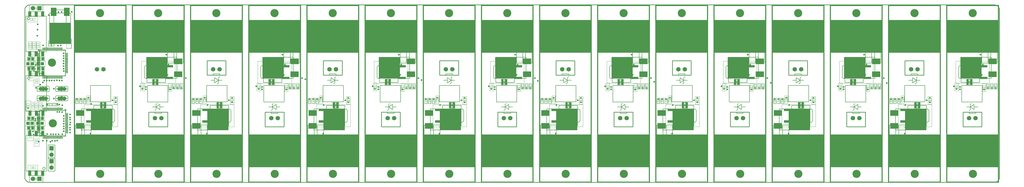
<source format=gbs>
G04*
G04 #@! TF.GenerationSoftware,Altium Limited,Altium Designer,18.1.9 (240)*
G04*
G04 Layer_Color=16711935*
%FSLAX25Y25*%
%MOIN*%
G70*
G01*
G75*
%ADD11C,0.01000*%
%ADD12C,0.00787*%
%ADD13C,0.00500*%
%ADD16C,0.00600*%
%ADD17C,0.05000*%
%ADD18C,0.00800*%
%ADD19C,0.00394*%
%ADD20C,0.00197*%
%ADD21C,0.01600*%
%ADD22C,0.00200*%
%ADD46R,0.05131X0.05131*%
%ADD51R,0.03556X0.04343*%
%ADD55C,0.40170*%
%ADD56C,0.06800*%
%ADD57C,0.06902*%
%ADD58R,0.06902X0.06902*%
%ADD59R,0.06902X0.06902*%
%ADD60C,0.12611*%
%ADD61C,0.02572*%
%ADD78R,0.80800X0.50800*%
%ADD79R,0.04343X0.04737*%
%ADD80R,0.32296X0.33083*%
%ADD81R,0.08674X0.12611*%
%ADD82R,0.04816X0.08477*%
%ADD83R,0.33083X0.32296*%
%ADD84R,0.12611X0.08674*%
G36*
X46949Y188583D02*
X45949D01*
Y189583D01*
X46949D01*
Y188583D01*
D02*
G37*
G36*
X1492922Y181808D02*
X1481522D01*
Y185208D01*
X1492922D01*
Y181808D01*
D02*
G37*
G36*
X1313001D02*
X1301601D01*
Y185208D01*
X1313001D01*
Y181808D01*
D02*
G37*
G36*
X1133079D02*
X1121679D01*
Y185208D01*
X1133079D01*
Y181808D01*
D02*
G37*
G36*
X953158D02*
X941758D01*
Y185208D01*
X953158D01*
Y181808D01*
D02*
G37*
G36*
X773237D02*
X761837D01*
Y185208D01*
X773237D01*
Y181808D01*
D02*
G37*
G36*
X593316D02*
X581916D01*
Y185208D01*
X593316D01*
Y181808D01*
D02*
G37*
G36*
X413394D02*
X401994D01*
Y185208D01*
X413394D01*
Y181808D01*
D02*
G37*
G36*
X233473D02*
X222073D01*
Y185208D01*
X233473D01*
Y181808D01*
D02*
G37*
G36*
X1461087Y174425D02*
X1460087D01*
Y175425D01*
X1461087D01*
Y174425D01*
D02*
G37*
G36*
X1281166D02*
X1280166D01*
Y175425D01*
X1281166D01*
Y174425D01*
D02*
G37*
G36*
X1101244D02*
X1100244D01*
Y175425D01*
X1101244D01*
Y174425D01*
D02*
G37*
G36*
X921323D02*
X920323D01*
Y175425D01*
X921323D01*
Y174425D01*
D02*
G37*
G36*
X741402D02*
X740402D01*
Y175425D01*
X741402D01*
Y174425D01*
D02*
G37*
G36*
X561481D02*
X560481D01*
Y175425D01*
X561481D01*
Y174425D01*
D02*
G37*
G36*
X381559D02*
X380559D01*
Y175425D01*
X381559D01*
Y174425D01*
D02*
G37*
G36*
X201638D02*
X200638D01*
Y175425D01*
X201638D01*
Y174425D01*
D02*
G37*
G36*
X1492922Y163808D02*
X1481522D01*
Y167208D01*
X1492922D01*
Y163808D01*
D02*
G37*
G36*
X1313001D02*
X1301601D01*
Y167208D01*
X1313001D01*
Y163808D01*
D02*
G37*
G36*
X1133079D02*
X1121679D01*
Y167208D01*
X1133079D01*
Y163808D01*
D02*
G37*
G36*
X953158D02*
X941758D01*
Y167208D01*
X953158D01*
Y163808D01*
D02*
G37*
G36*
X773237D02*
X761837D01*
Y167208D01*
X773237D01*
Y163808D01*
D02*
G37*
G36*
X593316D02*
X581916D01*
Y167208D01*
X593316D01*
Y163808D01*
D02*
G37*
G36*
X413394D02*
X401994D01*
Y167208D01*
X413394D01*
Y163808D01*
D02*
G37*
G36*
X233473D02*
X222073D01*
Y167208D01*
X233473D01*
Y163808D01*
D02*
G37*
G36*
X63118Y145622D02*
X59118D01*
Y151622D01*
X63118D01*
Y145622D01*
D02*
G37*
G36*
X34386D02*
X30386D01*
Y151622D01*
X34386D01*
Y145622D01*
D02*
G37*
G36*
X63118Y130858D02*
X59118D01*
Y136858D01*
X63118D01*
Y130858D01*
D02*
G37*
G36*
X34386D02*
X30386D01*
Y136858D01*
X34386D01*
Y130858D01*
D02*
G37*
G36*
X1369757Y114322D02*
X1358357D01*
Y117722D01*
X1369757D01*
Y114322D01*
D02*
G37*
G36*
X1189836D02*
X1178436D01*
Y117722D01*
X1189836D01*
Y114322D01*
D02*
G37*
G36*
X1009915D02*
X998515D01*
Y117722D01*
X1009915D01*
Y114322D01*
D02*
G37*
G36*
X829994D02*
X818594D01*
Y117722D01*
X829994D01*
Y114322D01*
D02*
G37*
G36*
X650072D02*
X638672D01*
Y117722D01*
X650072D01*
Y114322D01*
D02*
G37*
G36*
X470151D02*
X458751D01*
Y117722D01*
X470151D01*
Y114322D01*
D02*
G37*
G36*
X290230D02*
X278830D01*
Y117722D01*
X290230D01*
Y114322D01*
D02*
G37*
G36*
X110309D02*
X98909D01*
Y117722D01*
X110309D01*
Y114322D01*
D02*
G37*
G36*
X1391192Y106105D02*
X1390192D01*
Y107105D01*
X1391192D01*
Y106105D01*
D02*
G37*
G36*
X1211271D02*
X1210271D01*
Y107105D01*
X1211271D01*
Y106105D01*
D02*
G37*
G36*
X1031350D02*
X1030350D01*
Y107105D01*
X1031350D01*
Y106105D01*
D02*
G37*
G36*
X851429D02*
X850429D01*
Y107105D01*
X851429D01*
Y106105D01*
D02*
G37*
G36*
X671507D02*
X670507D01*
Y107105D01*
X671507D01*
Y106105D01*
D02*
G37*
G36*
X491586D02*
X490586D01*
Y107105D01*
X491586D01*
Y106105D01*
D02*
G37*
G36*
X311665D02*
X310665D01*
Y107105D01*
X311665D01*
Y106105D01*
D02*
G37*
G36*
X131744D02*
X130744D01*
Y107105D01*
X131744D01*
Y106105D01*
D02*
G37*
G36*
X1369757Y96322D02*
X1358357D01*
Y99722D01*
X1369757D01*
Y96322D01*
D02*
G37*
G36*
X1189836D02*
X1178436D01*
Y99722D01*
X1189836D01*
Y96322D01*
D02*
G37*
G36*
X1009915D02*
X998515D01*
Y99722D01*
X1009915D01*
Y96322D01*
D02*
G37*
G36*
X829994D02*
X818594D01*
Y99722D01*
X829994D01*
Y96322D01*
D02*
G37*
G36*
X650072D02*
X638672D01*
Y99722D01*
X650072D01*
Y96322D01*
D02*
G37*
G36*
X470151D02*
X458751D01*
Y99722D01*
X470151D01*
Y96322D01*
D02*
G37*
G36*
X290230D02*
X278830D01*
Y99722D01*
X290230D01*
Y96322D01*
D02*
G37*
G36*
X110309D02*
X98909D01*
Y99722D01*
X110309D01*
Y96322D01*
D02*
G37*
G36*
X47244Y95472D02*
X46244D01*
Y96472D01*
X47244D01*
Y95472D01*
D02*
G37*
D11*
X1511614Y270866D02*
X1511561Y271882D01*
X1511375Y272882D01*
X1511060Y273849D01*
X1510622Y274767D01*
X1510067Y275620D01*
X1509406Y276393D01*
X1508650Y277074D01*
X1507812Y277649D01*
X1506905Y278111D01*
X1505946Y278450D01*
X1504951Y278661D01*
X1503937Y278740D01*
X1503937Y3937D02*
X1504951Y4016D01*
X1505946Y4227D01*
X1506905Y4566D01*
X1507812Y5028D01*
X1508650Y5604D01*
X1509406Y6284D01*
X1510067Y7057D01*
X1510622Y7910D01*
X1511060Y8828D01*
X1511375Y9795D01*
X1511561Y10795D01*
X1511614Y11811D01*
X3937Y11811D02*
X4004Y10783D01*
X4205Y9773D01*
X4536Y8798D01*
X4992Y7874D01*
X5564Y7018D01*
X6243Y6243D01*
X7018Y5564D01*
X7874Y4992D01*
X8798Y4536D01*
X9773Y4205D01*
X10783Y4004D01*
X11811Y3937D01*
Y278740D02*
X10783Y278673D01*
X9773Y278472D01*
X8798Y278141D01*
X7874Y277685D01*
X7018Y277113D01*
X6243Y276434D01*
X5564Y275659D01*
X4992Y274803D01*
X4536Y273879D01*
X4205Y272904D01*
X4004Y271894D01*
X3937Y270866D01*
X11811Y278740D02*
X1478740Y278740D01*
X3937Y270866D02*
X3937Y11811D01*
X11811Y3937D02*
X1478740Y3937D01*
X1511614Y11811D02*
Y74803D01*
X1478740Y3937D02*
X1503937D01*
X1511614Y207874D02*
Y270866D01*
X1478740Y278740D02*
X1503937D01*
X1511614Y74803D02*
Y207874D01*
X1095453Y89991D02*
Y112629D01*
Y89991D02*
X1124587D01*
Y112629D01*
X1095453D02*
X1124587D01*
X375768Y89991D02*
Y112629D01*
Y89991D02*
X404902D01*
Y112629D01*
X375768D02*
X404902D01*
X735610Y89991D02*
Y112629D01*
Y89991D02*
X764744D01*
Y112629D01*
X735610D02*
X764744D01*
X195846Y89991D02*
Y112629D01*
Y89991D02*
X224980D01*
Y112629D01*
X195846D02*
X224980D01*
X1455295D02*
X1484429D01*
Y89991D02*
Y112629D01*
X1455295Y89991D02*
X1484429D01*
X1455295D02*
Y112629D01*
X1365472Y169734D02*
X1394606D01*
X1365472D02*
Y192372D01*
X1394606D01*
Y169734D02*
Y192372D01*
X1275374Y112629D02*
X1304508D01*
Y89991D02*
Y112629D01*
X1275374Y89991D02*
X1304508D01*
X1275374D02*
Y112629D01*
X1185551Y169734D02*
X1214685D01*
X1185551D02*
Y192372D01*
X1214685D01*
Y169734D02*
Y192372D01*
X1005630Y169734D02*
X1034764D01*
X1005630D02*
Y192372D01*
X1034764D01*
Y169734D02*
Y192372D01*
X915532Y112629D02*
X944666D01*
Y89991D02*
Y112629D01*
X915532Y89991D02*
X944666D01*
X915532D02*
Y112629D01*
X825709Y169734D02*
X854843D01*
X825709D02*
Y192372D01*
X854843D01*
Y169734D02*
Y192372D01*
X645787Y169734D02*
X674921D01*
X645787D02*
Y192372D01*
X674921D01*
Y169734D02*
Y192372D01*
X555689Y112629D02*
X584823D01*
Y89991D02*
Y112629D01*
X555689Y89991D02*
X584823D01*
X555689D02*
Y112629D01*
X465866Y169734D02*
X495000D01*
X465866D02*
Y192372D01*
X495000D01*
Y169734D02*
Y192372D01*
X285945Y169734D02*
X315079D01*
X285945D02*
Y192372D01*
X315079D01*
Y169734D02*
Y192372D01*
D12*
X1115138Y110434D02*
Y112402D01*
X1104902Y110434D02*
Y112402D01*
Y110434D02*
X1115138D01*
X395453D02*
Y112402D01*
X385217Y110434D02*
Y112402D01*
Y110434D02*
X395453D01*
X755295D02*
Y112402D01*
X745059Y110434D02*
Y112402D01*
Y110434D02*
X755295D01*
X215531D02*
Y112402D01*
X205295Y110434D02*
Y112402D01*
Y110434D02*
X215531D01*
X1464744D02*
X1474980D01*
X1464744D02*
Y112402D01*
X1474980Y110434D02*
Y112402D01*
X1374921Y171929D02*
X1385157D01*
Y169961D02*
Y171929D01*
X1374921Y169961D02*
Y171929D01*
X1284823Y110434D02*
X1295059D01*
X1284823D02*
Y112402D01*
X1295059Y110434D02*
Y112402D01*
X1195000Y171929D02*
X1205236D01*
Y169961D02*
Y171929D01*
X1195000Y169961D02*
Y171929D01*
X1015079D02*
X1025315D01*
Y169961D02*
Y171929D01*
X1015079Y169961D02*
Y171929D01*
X924981Y110434D02*
X935217D01*
X924981D02*
Y112402D01*
X935217Y110434D02*
Y112402D01*
X835158Y171929D02*
X845394D01*
Y169961D02*
Y171929D01*
X835158Y169961D02*
Y171929D01*
X655236D02*
X665472D01*
Y169961D02*
Y171929D01*
X655236Y169961D02*
Y171929D01*
X565138Y110434D02*
X575374D01*
X565138D02*
Y112402D01*
X575374Y110434D02*
Y112402D01*
X475315Y171929D02*
X485551D01*
Y169961D02*
Y171929D01*
X475315Y169961D02*
Y171929D01*
X295394D02*
X305630D01*
Y169961D02*
Y171929D01*
X295394Y169961D02*
Y171929D01*
D13*
X35630Y25197D02*
X35367Y26181D01*
X34646Y26902D01*
X33661Y27166D01*
X32677Y26902D01*
X31956Y26181D01*
X31692Y25197D01*
X31956Y24212D01*
X32677Y23492D01*
X33661Y23228D01*
X34646Y23492D01*
X35367Y24212D01*
X35630Y25197D01*
X11812Y257382D02*
X11548Y258366D01*
X10827Y259087D01*
X9843Y259351D01*
X8858Y259087D01*
X8137Y258366D01*
X7874Y257382D01*
X8137Y256397D01*
X8858Y255677D01*
X9843Y255413D01*
X10827Y255677D01*
X11548Y256397D01*
X11812Y257382D01*
X12107Y165157D02*
X11843Y166142D01*
X11122Y166863D01*
X10138Y167126D01*
X9153Y166863D01*
X8433Y166142D01*
X8169Y165157D01*
X8433Y164173D01*
X9153Y163452D01*
X10138Y163188D01*
X11122Y163452D01*
X11843Y164173D01*
X12107Y165157D01*
X1112657Y120513D02*
X1118563D01*
X1112657Y116576D02*
Y120513D01*
X1106752D02*
X1112657Y116576D01*
X1106752Y120513D02*
X1112657Y124450D01*
Y120513D02*
Y124450D01*
X1106752Y120513D02*
Y124450D01*
X1108524Y126221D01*
X1106752Y116576D02*
Y120513D01*
X1104980Y114804D02*
X1106752Y116576D01*
X1101043Y120513D02*
X1106752D01*
X392972D02*
X398878D01*
X392972Y116576D02*
Y120513D01*
X387067D02*
X392972Y116576D01*
X387067Y120513D02*
X392972Y124450D01*
Y120513D02*
Y124450D01*
X387067Y120513D02*
Y124450D01*
X388839Y126221D01*
X387067Y116576D02*
Y120513D01*
X385295Y114804D02*
X387067Y116576D01*
X381358Y120513D02*
X387067D01*
X752814D02*
X758720D01*
X752814Y116576D02*
Y120513D01*
X746909D02*
X752814Y116576D01*
X746909Y120513D02*
X752814Y124450D01*
Y120513D02*
Y124450D01*
X746909Y120513D02*
Y124450D01*
X748681Y126221D01*
X746909Y116576D02*
Y120513D01*
X745137Y114804D02*
X746909Y116576D01*
X741200Y120513D02*
X746909D01*
X82087Y92520D02*
X91929D01*
X82087Y68898D02*
Y92520D01*
X91929Y68898D02*
Y92520D01*
X82087Y68898D02*
X91929D01*
X1484252Y212008D02*
X1494094D01*
X1484252Y188386D02*
Y212008D01*
Y188386D02*
X1494094D01*
Y212008D01*
X1356103Y68898D02*
X1365945D01*
Y92520D01*
X1356103D02*
X1365945D01*
X1356103Y68898D02*
Y92520D01*
X1304331Y212008D02*
X1314173D01*
X1304331Y188386D02*
Y212008D01*
Y188386D02*
X1314173D01*
Y212008D01*
X1176181Y68898D02*
X1186023D01*
Y92520D01*
X1176181D02*
X1186023D01*
X1176181Y68898D02*
Y92520D01*
X1124410Y212008D02*
X1134252D01*
X1124410Y188386D02*
Y212008D01*
Y188386D02*
X1134252D01*
Y212008D01*
X996260Y68898D02*
X1006102D01*
Y92520D01*
X996260D02*
X1006102D01*
X996260Y68898D02*
Y92520D01*
X944489Y212008D02*
X954331D01*
X944489Y188386D02*
Y212008D01*
Y188386D02*
X954331D01*
Y212008D01*
X816339Y68898D02*
X826181D01*
Y92520D01*
X816339D02*
X826181D01*
X816339Y68898D02*
Y92520D01*
X764567Y212008D02*
X774409D01*
X764567Y188386D02*
Y212008D01*
Y188386D02*
X774409D01*
Y212008D01*
X636418Y68898D02*
X646260D01*
Y92520D01*
X636418D02*
X646260D01*
X636418Y68898D02*
Y92520D01*
X584646Y212008D02*
X594488D01*
X584646Y188386D02*
Y212008D01*
Y188386D02*
X594488D01*
Y212008D01*
X456496Y68898D02*
X466338D01*
Y92520D01*
X456496D02*
X466338D01*
X456496Y68898D02*
Y92520D01*
X404725Y212008D02*
X414567D01*
X404725Y188386D02*
Y212008D01*
Y188386D02*
X414567D01*
Y212008D01*
X276575Y68898D02*
X286417D01*
Y92520D01*
X276575D02*
X286417D01*
X276575Y68898D02*
Y92520D01*
X224803Y212008D02*
X234645D01*
X224803Y188386D02*
Y212008D01*
Y188386D02*
X234645D01*
Y212008D01*
X96654Y68898D02*
X106496D01*
Y92520D01*
X96654D02*
X106496D01*
X96654Y68898D02*
Y92520D01*
X1498524Y188386D02*
X1508366D01*
Y212008D01*
X1498524D02*
X1508366D01*
X1498524Y188386D02*
Y212008D01*
X1341536Y92520D02*
X1351378D01*
X1341536Y68898D02*
Y92520D01*
Y68898D02*
X1351378D01*
Y92520D01*
X1318603Y188386D02*
X1328445D01*
Y212008D01*
X1318603D02*
X1328445D01*
X1318603Y188386D02*
Y212008D01*
X1161614Y92520D02*
X1171456D01*
X1161614Y68898D02*
Y92520D01*
Y68898D02*
X1171456D01*
Y92520D01*
X1138681Y188386D02*
X1148523D01*
Y212008D01*
X1138681D02*
X1148523D01*
X1138681Y188386D02*
Y212008D01*
X981693Y92520D02*
X991535D01*
X981693Y68898D02*
Y92520D01*
Y68898D02*
X991535D01*
Y92520D01*
X958760Y188386D02*
X968602D01*
Y212008D01*
X958760D02*
X968602D01*
X958760Y188386D02*
Y212008D01*
X801772Y92520D02*
X811614D01*
X801772Y68898D02*
Y92520D01*
Y68898D02*
X811614D01*
Y92520D01*
X778839Y188386D02*
X788681D01*
Y212008D01*
X778839D02*
X788681D01*
X778839Y188386D02*
Y212008D01*
X621851Y92520D02*
X631693D01*
X621851Y68898D02*
Y92520D01*
Y68898D02*
X631693D01*
Y92520D01*
X598918Y188386D02*
X608760D01*
Y212008D01*
X598918D02*
X608760D01*
X598918Y188386D02*
Y212008D01*
X441929Y92520D02*
X451771D01*
X441929Y68898D02*
Y92520D01*
Y68898D02*
X451771D01*
Y92520D01*
X418996Y188386D02*
X428838D01*
Y212008D01*
X418996D02*
X428838D01*
X418996Y188386D02*
Y212008D01*
X262008Y92520D02*
X271850D01*
X262008Y68898D02*
Y92520D01*
Y68898D02*
X271850D01*
Y92520D01*
X239075Y188386D02*
X248917D01*
Y212008D01*
X239075D02*
X248917D01*
X239075Y188386D02*
Y212008D01*
X42520Y218504D02*
X75198D01*
Y221850D01*
Y265748D01*
X74607D02*
X75198D01*
X42520D02*
X74607D01*
X42520Y218504D02*
Y265748D01*
X6102Y76378D02*
X37598D01*
X6102Y21260D02*
Y76378D01*
Y21260D02*
X37598D01*
Y76378D01*
X5906Y206201D02*
X37402D01*
Y261319D01*
X5906D02*
X37402D01*
X5906Y206201D02*
Y261319D01*
X6201Y113976D02*
X37697D01*
Y169094D01*
X6201D02*
X37697D01*
X6201Y113976D02*
Y169094D01*
X68110Y238583D02*
Y270866D01*
X49212D02*
X68110D01*
X49212Y238583D02*
Y270866D01*
Y238583D02*
X68110D01*
X192224Y164960D02*
Y197638D01*
Y164960D02*
X195570D01*
X239468D01*
Y165551D01*
Y197638D01*
X192224D02*
X239468D01*
X213050Y120513D02*
X218956D01*
X213050Y116576D02*
Y120513D01*
X207145D02*
X213050Y116576D01*
X207145Y120513D02*
X213050Y124450D01*
Y120513D02*
Y124450D01*
X207145Y120513D02*
Y124450D01*
X208917Y126221D01*
X207145Y116576D02*
Y120513D01*
X205373Y114804D02*
X207145Y116576D01*
X201436Y120513D02*
X207145D01*
X1451673Y164960D02*
Y197638D01*
Y164960D02*
X1455019D01*
X1498917D01*
Y165551D01*
Y197638D01*
X1451673D02*
X1498917D01*
X1398229Y84842D02*
Y117520D01*
X1394883D02*
X1398229D01*
X1350985D02*
X1394883D01*
X1350985Y116929D02*
Y117520D01*
Y84842D02*
Y116929D01*
Y84842D02*
X1398229D01*
X1271752Y164960D02*
Y197638D01*
Y164960D02*
X1275098D01*
X1318996D01*
Y165551D01*
Y197638D01*
X1271752D02*
X1318996D01*
X1218308Y84842D02*
Y117520D01*
X1214962D02*
X1218308D01*
X1171064D02*
X1214962D01*
X1171064Y116929D02*
Y117520D01*
Y84842D02*
Y116929D01*
Y84842D02*
X1218308D01*
X1091830Y164960D02*
Y197638D01*
Y164960D02*
X1095176D01*
X1139074D01*
Y165551D01*
Y197638D01*
X1091830D02*
X1139074D01*
X991142Y84842D02*
X1038386D01*
X991142D02*
Y116929D01*
Y117520D01*
X1035040D01*
X1038386D01*
Y84842D02*
Y117520D01*
X911909Y164960D02*
Y197638D01*
Y164960D02*
X915255D01*
X959153D01*
Y165551D01*
Y197638D01*
X911909D02*
X959153D01*
X858465Y84842D02*
Y117520D01*
X855119D02*
X858465D01*
X811221D02*
X855119D01*
X811221Y116929D02*
Y117520D01*
Y84842D02*
Y116929D01*
Y84842D02*
X858465D01*
X731988Y164960D02*
Y197638D01*
Y164960D02*
X735334D01*
X779232D01*
Y165551D01*
Y197638D01*
X731988D02*
X779232D01*
X678544Y84842D02*
Y117520D01*
X675198D02*
X678544D01*
X631300D02*
X675198D01*
X631300Y116929D02*
Y117520D01*
Y84842D02*
Y116929D01*
Y84842D02*
X678544D01*
X552067Y164960D02*
Y197638D01*
Y164960D02*
X555412D01*
X599310D01*
Y165551D01*
Y197638D01*
X552067D02*
X599310D01*
X498623Y84842D02*
Y117520D01*
X495276D02*
X498623D01*
X451378D02*
X495276D01*
X451378Y116929D02*
Y117520D01*
Y84842D02*
Y116929D01*
Y84842D02*
X498623D01*
X372145Y164960D02*
Y197638D01*
Y164960D02*
X375491D01*
X419389D01*
Y165551D01*
Y197638D01*
X372145D02*
X419389D01*
X318701Y84842D02*
Y117520D01*
X315355D02*
X318701D01*
X271457D02*
X315355D01*
X271457Y116929D02*
Y117520D01*
Y84842D02*
Y116929D01*
Y84842D02*
X318701D01*
X1460885Y120513D02*
X1466594D01*
X1464822Y114804D02*
X1466594Y116576D01*
Y120513D01*
Y124450D02*
X1468366Y126221D01*
X1466594Y120513D02*
Y124450D01*
X1472499Y120513D02*
Y124450D01*
X1466594Y120513D02*
X1472499Y124450D01*
X1466594Y120513D02*
X1472499Y116576D01*
Y120513D01*
X1478405D01*
X1383307Y161850D02*
X1389016D01*
X1383307Y165787D02*
X1385079Y167559D01*
X1383307Y161850D02*
Y165787D01*
X1381535Y156142D02*
X1383307Y157913D01*
Y161850D01*
X1377402Y157913D02*
Y161850D01*
Y157913D02*
X1383307Y161850D01*
X1377402Y165787D02*
X1383307Y161850D01*
X1377402D02*
Y165787D01*
X1371496Y161850D02*
X1377402D01*
X1280964Y120513D02*
X1286673D01*
X1284901Y114804D02*
X1286673Y116576D01*
Y120513D01*
Y124450D02*
X1288445Y126221D01*
X1286673Y120513D02*
Y124450D01*
X1292578Y120513D02*
Y124450D01*
X1286673Y120513D02*
X1292578Y124450D01*
X1286673Y120513D02*
X1292578Y116576D01*
Y120513D01*
X1298484D01*
X1203386Y161850D02*
X1209095D01*
X1203386Y165787D02*
X1205158Y167559D01*
X1203386Y161850D02*
Y165787D01*
X1201614Y156142D02*
X1203386Y157913D01*
Y161850D01*
X1197481Y157913D02*
Y161850D01*
Y157913D02*
X1203386Y161850D01*
X1197481Y165787D02*
X1203386Y161850D01*
X1197481D02*
Y165787D01*
X1191575Y161850D02*
X1197481D01*
X1023465D02*
X1029174D01*
X1023465Y165787D02*
X1025237Y167559D01*
X1023465Y161850D02*
Y165787D01*
X1021693Y156142D02*
X1023465Y157913D01*
Y161850D01*
X1017560Y157913D02*
Y161850D01*
Y157913D02*
X1023465Y161850D01*
X1017560Y165787D02*
X1023465Y161850D01*
X1017560D02*
Y165787D01*
X1011654Y161850D02*
X1017560D01*
X921122Y120513D02*
X926830D01*
X925058Y114804D02*
X926830Y116576D01*
Y120513D01*
Y124450D02*
X928603Y126221D01*
X926830Y120513D02*
Y124450D01*
X932736Y120513D02*
Y124450D01*
X926830Y120513D02*
X932736Y124450D01*
X926830Y120513D02*
X932736Y116576D01*
Y120513D01*
X938641D01*
X843544Y161850D02*
X849253D01*
X843544Y165787D02*
X845316Y167559D01*
X843544Y161850D02*
Y165787D01*
X841772Y156142D02*
X843544Y157913D01*
Y161850D01*
X837639Y157913D02*
Y161850D01*
Y157913D02*
X843544Y161850D01*
X837639Y165787D02*
X843544Y161850D01*
X837639D02*
Y165787D01*
X831733Y161850D02*
X837639D01*
X663622D02*
X669331D01*
X663622Y165787D02*
X665394Y167559D01*
X663622Y161850D02*
Y165787D01*
X661850Y156142D02*
X663622Y157913D01*
Y161850D01*
X657717Y157913D02*
Y161850D01*
Y157913D02*
X663622Y161850D01*
X657717Y165787D02*
X663622Y161850D01*
X657717D02*
Y165787D01*
X651811Y161850D02*
X657717D01*
X561279Y120513D02*
X566988D01*
X565216Y114804D02*
X566988Y116576D01*
Y120513D01*
Y124450D02*
X568760Y126221D01*
X566988Y120513D02*
Y124450D01*
X572893Y120513D02*
Y124450D01*
X566988Y120513D02*
X572893Y124450D01*
X566988Y120513D02*
X572893Y116576D01*
Y120513D01*
X578799D01*
X483701Y161850D02*
X489410D01*
X483701Y165787D02*
X485473Y167559D01*
X483701Y161850D02*
Y165787D01*
X481929Y156142D02*
X483701Y157913D01*
Y161850D01*
X477796Y157913D02*
Y161850D01*
Y157913D02*
X483701Y161850D01*
X477796Y165787D02*
X483701Y161850D01*
X477796D02*
Y165787D01*
X471890Y161850D02*
X477796D01*
X303780D02*
X309489D01*
X303780Y165787D02*
X305552Y167559D01*
X303780Y161850D02*
Y165787D01*
X302008Y156142D02*
X303780Y157913D01*
Y161850D01*
X297875Y157913D02*
Y161850D01*
Y157913D02*
X303780Y161850D01*
X297875Y165787D02*
X303780Y161850D01*
X297875D02*
Y165787D01*
X291969Y161850D02*
X297875D01*
X91536Y84842D02*
X138780D01*
X91536D02*
Y116929D01*
Y117520D01*
X135434D01*
X138780D01*
Y84842D02*
Y117520D01*
D16*
X1093563Y153977D02*
X1125059D01*
X1093563Y128347D02*
Y153977D01*
Y128347D02*
X1125059D01*
Y153977D01*
X373878D02*
X405374D01*
X373878Y128347D02*
Y153977D01*
Y128347D02*
X405374D01*
Y153977D01*
X733720D02*
X765216D01*
X733720Y128347D02*
Y153977D01*
Y128347D02*
X765216D01*
Y153977D01*
X105552Y128386D02*
Y154016D01*
X137048D01*
Y128386D02*
Y154016D01*
X105552Y128386D02*
X137048D01*
X193956Y153977D02*
X225452D01*
X193956Y128347D02*
Y153977D01*
Y128347D02*
X225452D01*
Y153977D01*
X1484901Y128347D02*
Y153977D01*
X1453405Y128347D02*
X1484901D01*
X1453405D02*
Y153977D01*
X1484901D01*
X1365000Y128386D02*
Y154016D01*
X1396496D01*
Y128386D02*
Y154016D01*
X1365000Y128386D02*
X1396496D01*
X1304980Y128347D02*
Y153977D01*
X1273484Y128347D02*
X1304980D01*
X1273484D02*
Y153977D01*
X1304980D01*
X1185079Y128386D02*
Y154016D01*
X1216575D01*
Y128386D02*
Y154016D01*
X1185079Y128386D02*
X1216575D01*
X1005158D02*
Y154016D01*
X1036654D01*
Y128386D02*
Y154016D01*
X1005158Y128386D02*
X1036654D01*
X945138Y128347D02*
Y153977D01*
X913641Y128347D02*
X945138D01*
X913641D02*
Y153977D01*
X945138D01*
X825237Y128386D02*
Y154016D01*
X856733D01*
Y128386D02*
Y154016D01*
X825237Y128386D02*
X856733D01*
X645315D02*
Y154016D01*
X676811D01*
Y128386D02*
Y154016D01*
X645315Y128386D02*
X676811D01*
X585295Y128347D02*
Y153977D01*
X553799Y128347D02*
X585295D01*
X553799D02*
Y153977D01*
X585295D01*
X465394Y128386D02*
Y154016D01*
X496890D01*
Y128386D02*
Y154016D01*
X465394Y128386D02*
X496890D01*
X285473D02*
Y154016D01*
X316969D01*
Y128386D02*
Y154016D01*
X285473Y128386D02*
X316969D01*
X27544Y75772D02*
X66944D01*
X27544D02*
Y115172D01*
X66944D01*
Y75772D02*
Y115172D01*
X27544Y80772D02*
X32544Y75772D01*
X31944Y115172D02*
Y119072D01*
X33044D01*
Y115172D02*
Y119072D01*
X31944Y115172D02*
X33044D01*
X33944D02*
Y119072D01*
X34944D01*
Y115172D02*
Y119072D01*
X33944Y115172D02*
X34944D01*
X35844D02*
Y119072D01*
X36944D01*
Y115172D02*
Y119072D01*
X35844Y115172D02*
X36944D01*
X37844D02*
Y119072D01*
X38944D01*
Y115172D02*
Y119072D01*
X37844Y115172D02*
X38944D01*
X39844D02*
Y119072D01*
X40844D01*
Y115172D02*
Y119072D01*
X39844Y115172D02*
X40844D01*
X41744D02*
Y119072D01*
X42844D01*
Y115172D02*
Y119072D01*
X41744Y115172D02*
X42844D01*
X43744D02*
Y119072D01*
X44844D01*
Y115172D02*
Y119072D01*
X43744Y115172D02*
X44844D01*
X45744D02*
Y119072D01*
X46744D01*
Y115172D02*
Y119072D01*
X45744Y115172D02*
X46744D01*
X47744D02*
Y119072D01*
X48744D01*
Y115172D02*
Y119072D01*
X47744Y115172D02*
X48744D01*
X49644D02*
Y119072D01*
X50744D01*
Y115172D02*
Y119072D01*
X49644Y115172D02*
X50744D01*
X51644D02*
Y119072D01*
X52744D01*
Y115172D02*
Y119072D01*
X51644Y115172D02*
X52744D01*
X53644D02*
Y119072D01*
X54644D01*
Y115172D02*
Y119072D01*
X53644Y115172D02*
X54644D01*
X55544D02*
Y119072D01*
X56644D01*
Y115172D02*
Y119072D01*
X55544Y115172D02*
X56644D01*
X57544D02*
Y119072D01*
X58644D01*
Y115172D02*
Y119072D01*
X57544Y115172D02*
X58644D01*
X59544D02*
Y119072D01*
X60544D01*
Y115172D02*
Y119072D01*
X59544Y115172D02*
X60544D01*
X61444D02*
Y119072D01*
X62544D01*
Y115172D02*
Y119072D01*
X61444Y115172D02*
X62544D01*
X66944Y110772D02*
X70844D01*
Y109672D02*
Y110772D01*
X66944Y109672D02*
X70844D01*
X66944D02*
Y110772D01*
Y108772D02*
X70844D01*
Y107772D02*
Y108772D01*
X66944Y107772D02*
X70844D01*
X66944D02*
Y108772D01*
Y106872D02*
X70844D01*
Y105772D02*
Y106872D01*
X66944Y105772D02*
X70844D01*
X66944D02*
Y106872D01*
Y104872D02*
X70844D01*
Y103772D02*
Y104872D01*
X66944Y103772D02*
X70844D01*
X66944D02*
Y104872D01*
Y102872D02*
X70844D01*
Y101872D02*
Y102872D01*
X66944Y101872D02*
X70844D01*
X66944D02*
Y102872D01*
Y100972D02*
X70844D01*
Y99872D02*
Y100972D01*
X66944Y99872D02*
X70844D01*
X66944D02*
Y100972D01*
Y98972D02*
X70844D01*
Y97872D02*
Y98972D01*
X66944Y97872D02*
X70844D01*
X66944D02*
Y98972D01*
Y96972D02*
X70844D01*
Y95972D02*
Y96972D01*
X66944Y95972D02*
X70844D01*
X66944D02*
Y96972D01*
Y94972D02*
X70844D01*
Y93972D02*
Y94972D01*
X66944Y93972D02*
X70844D01*
X66944D02*
Y94972D01*
Y93072D02*
X70844D01*
Y91972D02*
Y93072D01*
X66944Y91972D02*
X70844D01*
X66944D02*
Y93072D01*
Y91072D02*
X70844D01*
Y89972D02*
Y91072D01*
X66944Y89972D02*
X70844D01*
X66944D02*
Y91072D01*
Y89072D02*
X70844D01*
Y88072D02*
Y89072D01*
X66944Y88072D02*
X70844D01*
X66944D02*
Y89072D01*
Y87172D02*
X70844D01*
Y86072D02*
Y87172D01*
X66944Y86072D02*
X70844D01*
X66944D02*
Y87172D01*
Y85172D02*
X70844D01*
Y84072D02*
Y85172D01*
X66944Y84072D02*
X70844D01*
X66944D02*
Y85172D01*
Y83172D02*
X70844D01*
Y82172D02*
Y83172D01*
X66944Y82172D02*
X70844D01*
X66944D02*
Y83172D01*
Y81272D02*
X70844D01*
Y80172D02*
Y81272D01*
X66944Y80172D02*
X70844D01*
X66944D02*
Y81272D01*
X62544Y71872D02*
Y75772D01*
X61444Y71872D02*
X62544D01*
X61444D02*
Y75772D01*
X62544D01*
X60544Y71872D02*
Y75772D01*
X59544Y71872D02*
X60544D01*
X59544D02*
Y75772D01*
X60544D01*
X58644Y71872D02*
Y75772D01*
X57544Y71872D02*
X58644D01*
X57544D02*
Y75772D01*
X58644D01*
X56644Y71872D02*
Y75772D01*
X55544Y71872D02*
X56644D01*
X55544D02*
Y75772D01*
X56644D01*
X54644Y71872D02*
Y75772D01*
X53644Y71872D02*
X54644D01*
X53644D02*
Y75772D01*
X54644D01*
X52744Y71872D02*
Y75772D01*
X51644Y71872D02*
X52744D01*
X51644D02*
Y75772D01*
X52744D01*
X50744Y71872D02*
Y75772D01*
X49644Y71872D02*
X50744D01*
X49644D02*
Y75772D01*
X50744D01*
X48744Y71872D02*
Y75772D01*
X47744Y71872D02*
X48744D01*
X47744D02*
Y75772D01*
X48744D01*
X46744Y71872D02*
Y75772D01*
X45744Y71872D02*
X46744D01*
X45744D02*
Y75772D01*
X46744D01*
X44844Y71872D02*
Y75772D01*
X43744Y71872D02*
X44844D01*
X43744D02*
Y75772D01*
X44844D01*
X42844Y71872D02*
Y75772D01*
X41744Y71872D02*
X42844D01*
X41744D02*
Y75772D01*
X42844D01*
X40844Y71872D02*
Y75772D01*
X39844Y71872D02*
X40844D01*
X39844D02*
Y75772D01*
X40844D01*
X38944Y71872D02*
Y75772D01*
X37844Y71872D02*
X38944D01*
X37844D02*
Y75772D01*
X38944D01*
X36944Y71872D02*
Y75772D01*
X35844Y71872D02*
X36944D01*
X35844D02*
Y75772D01*
X36944D01*
X34944Y71872D02*
Y75772D01*
X33944Y71872D02*
X34944D01*
X33944D02*
Y75772D01*
X34944D01*
X33044Y71872D02*
Y75772D01*
X31944Y71872D02*
X33044D01*
X31944D02*
Y75772D01*
X32544D01*
X33044D01*
X23644Y80172D02*
X27544D01*
X23644D02*
Y81272D01*
X27544D01*
Y80772D02*
Y81272D01*
Y80172D02*
Y80772D01*
X23644Y82172D02*
X27544D01*
X23644D02*
Y83172D01*
X27544D01*
Y82172D02*
Y83172D01*
X23644Y84072D02*
X27544D01*
X23644D02*
Y85172D01*
X27544D01*
Y84072D02*
Y85172D01*
X23644Y86072D02*
X27544D01*
X23644D02*
Y87172D01*
X27544D01*
Y86072D02*
Y87172D01*
X23644Y88072D02*
X27544D01*
X23644D02*
Y89072D01*
X27544D01*
Y88072D02*
Y89072D01*
X23644Y89972D02*
X27544D01*
X23644D02*
Y91072D01*
X27544D01*
Y89972D02*
Y91072D01*
X23644Y91972D02*
X27544D01*
X23644D02*
Y93072D01*
X27544D01*
Y91972D02*
Y93072D01*
X23644Y93972D02*
X27544D01*
X23644D02*
Y94972D01*
X27544D01*
Y93972D02*
Y94972D01*
X23644Y95972D02*
X27544D01*
X23644D02*
Y96972D01*
X27544D01*
Y95972D02*
Y96972D01*
X23644Y97872D02*
X27544D01*
X23644D02*
Y98972D01*
X27544D01*
Y97872D02*
Y98972D01*
X23644Y99872D02*
X27544D01*
X23644D02*
Y100972D01*
X27544D01*
Y99872D02*
Y100972D01*
X23644Y101872D02*
X27544D01*
X23644D02*
Y102872D01*
X27544D01*
Y101872D02*
Y102872D01*
X23644Y103772D02*
X27544D01*
X23644D02*
Y104872D01*
X27544D01*
Y103772D02*
Y104872D01*
X23644Y105772D02*
X27544D01*
X23644D02*
Y106872D01*
X27544D01*
Y105772D02*
Y106872D01*
X23644Y107772D02*
X27544D01*
X23644D02*
Y108772D01*
X27544D01*
Y107772D02*
Y108772D01*
X23644Y109672D02*
X27544D01*
X23644D02*
Y110772D01*
X27544D01*
Y109672D02*
Y110772D01*
X32386Y151622D02*
Y152622D01*
Y144622D02*
Y145622D01*
X39386Y148622D02*
X41386D01*
X23386D02*
X25386D01*
X32386Y136858D02*
Y137858D01*
Y129858D02*
Y130858D01*
X39386Y133858D02*
X41386D01*
X23386D02*
X25386D01*
X61118Y151622D02*
Y152622D01*
Y144622D02*
Y145622D01*
X68118Y148622D02*
X70118D01*
X52118D02*
X54118D01*
X61118Y136858D02*
Y137858D01*
Y129858D02*
Y130858D01*
X68118Y133858D02*
X70118D01*
X52118D02*
X54118D01*
X27249Y168883D02*
X66649D01*
X27249D02*
Y208283D01*
X66649D01*
Y168883D02*
Y208283D01*
X27249Y173883D02*
X32249Y168883D01*
X31649Y208283D02*
Y212183D01*
X32749D01*
Y208283D02*
Y212183D01*
X31649Y208283D02*
X32749D01*
X33649D02*
Y212183D01*
X34649D01*
Y208283D02*
Y212183D01*
X33649Y208283D02*
X34649D01*
X35549D02*
Y212183D01*
X36649D01*
Y208283D02*
Y212183D01*
X35549Y208283D02*
X36649D01*
X37549D02*
Y212183D01*
X38649D01*
Y208283D02*
Y212183D01*
X37549Y208283D02*
X38649D01*
X39549D02*
Y212183D01*
X40549D01*
Y208283D02*
Y212183D01*
X39549Y208283D02*
X40549D01*
X41449D02*
Y212183D01*
X42549D01*
Y208283D02*
Y212183D01*
X41449Y208283D02*
X42549D01*
X43449D02*
Y212183D01*
X44549D01*
Y208283D02*
Y212183D01*
X43449Y208283D02*
X44549D01*
X45449D02*
Y212183D01*
X46449D01*
Y208283D02*
Y212183D01*
X45449Y208283D02*
X46449D01*
X47449D02*
Y212183D01*
X48449D01*
Y208283D02*
Y212183D01*
X47449Y208283D02*
X48449D01*
X49349D02*
Y212183D01*
X50449D01*
Y208283D02*
Y212183D01*
X49349Y208283D02*
X50449D01*
X51349D02*
Y212183D01*
X52449D01*
Y208283D02*
Y212183D01*
X51349Y208283D02*
X52449D01*
X53349D02*
Y212183D01*
X54349D01*
Y208283D02*
Y212183D01*
X53349Y208283D02*
X54349D01*
X55249D02*
Y212183D01*
X56349D01*
Y208283D02*
Y212183D01*
X55249Y208283D02*
X56349D01*
X57249D02*
Y212183D01*
X58349D01*
Y208283D02*
Y212183D01*
X57249Y208283D02*
X58349D01*
X59249D02*
Y212183D01*
X60249D01*
Y208283D02*
Y212183D01*
X59249Y208283D02*
X60249D01*
X61149D02*
Y212183D01*
X62249D01*
Y208283D02*
Y212183D01*
X61149Y208283D02*
X62249D01*
X66649Y203883D02*
X70549D01*
Y202783D02*
Y203883D01*
X66649Y202783D02*
X70549D01*
X66649D02*
Y203883D01*
Y201883D02*
X70549D01*
Y200883D02*
Y201883D01*
X66649Y200883D02*
X70549D01*
X66649D02*
Y201883D01*
Y199983D02*
X70549D01*
Y198883D02*
Y199983D01*
X66649Y198883D02*
X70549D01*
X66649D02*
Y199983D01*
Y197983D02*
X70549D01*
Y196883D02*
Y197983D01*
X66649Y196883D02*
X70549D01*
X66649D02*
Y197983D01*
Y195983D02*
X70549D01*
Y194983D02*
Y195983D01*
X66649Y194983D02*
X70549D01*
X66649D02*
Y195983D01*
Y194083D02*
X70549D01*
Y192983D02*
Y194083D01*
X66649Y192983D02*
X70549D01*
X66649D02*
Y194083D01*
Y192083D02*
X70549D01*
Y190983D02*
Y192083D01*
X66649Y190983D02*
X70549D01*
X66649D02*
Y192083D01*
Y190083D02*
X70549D01*
Y189083D02*
Y190083D01*
X66649Y189083D02*
X70549D01*
X66649D02*
Y190083D01*
Y188083D02*
X70549D01*
Y187083D02*
Y188083D01*
X66649Y187083D02*
X70549D01*
X66649D02*
Y188083D01*
Y186183D02*
X70549D01*
Y185083D02*
Y186183D01*
X66649Y185083D02*
X70549D01*
X66649D02*
Y186183D01*
Y184183D02*
X70549D01*
Y183083D02*
Y184183D01*
X66649Y183083D02*
X70549D01*
X66649D02*
Y184183D01*
Y182183D02*
X70549D01*
Y181183D02*
Y182183D01*
X66649Y181183D02*
X70549D01*
X66649D02*
Y182183D01*
Y180283D02*
X70549D01*
Y179183D02*
Y180283D01*
X66649Y179183D02*
X70549D01*
X66649D02*
Y180283D01*
Y178283D02*
X70549D01*
Y177183D02*
Y178283D01*
X66649Y177183D02*
X70549D01*
X66649D02*
Y178283D01*
Y176283D02*
X70549D01*
Y175283D02*
Y176283D01*
X66649Y175283D02*
X70549D01*
X66649D02*
Y176283D01*
Y174383D02*
X70549D01*
Y173283D02*
Y174383D01*
X66649Y173283D02*
X70549D01*
X66649D02*
Y174383D01*
X62249Y164983D02*
Y168883D01*
X61149Y164983D02*
X62249D01*
X61149D02*
Y168883D01*
X62249D01*
X60249Y164983D02*
Y168883D01*
X59249Y164983D02*
X60249D01*
X59249D02*
Y168883D01*
X60249D01*
X58349Y164983D02*
Y168883D01*
X57249Y164983D02*
X58349D01*
X57249D02*
Y168883D01*
X58349D01*
X56349Y164983D02*
Y168883D01*
X55249Y164983D02*
X56349D01*
X55249D02*
Y168883D01*
X56349D01*
X54349Y164983D02*
Y168883D01*
X53349Y164983D02*
X54349D01*
X53349D02*
Y168883D01*
X54349D01*
X52449Y164983D02*
Y168883D01*
X51349Y164983D02*
X52449D01*
X51349D02*
Y168883D01*
X52449D01*
X50449Y164983D02*
Y168883D01*
X49349Y164983D02*
X50449D01*
X49349D02*
Y168883D01*
X50449D01*
X48449Y164983D02*
Y168883D01*
X47449Y164983D02*
X48449D01*
X47449D02*
Y168883D01*
X48449D01*
X46449Y164983D02*
Y168883D01*
X45449Y164983D02*
X46449D01*
X45449D02*
Y168883D01*
X46449D01*
X44549Y164983D02*
Y168883D01*
X43449Y164983D02*
X44549D01*
X43449D02*
Y168883D01*
X44549D01*
X42549Y164983D02*
Y168883D01*
X41449Y164983D02*
X42549D01*
X41449D02*
Y168883D01*
X42549D01*
X40549Y164983D02*
Y168883D01*
X39549Y164983D02*
X40549D01*
X39549D02*
Y168883D01*
X40549D01*
X38649Y164983D02*
Y168883D01*
X37549Y164983D02*
X38649D01*
X37549D02*
Y168883D01*
X38649D01*
X36649Y164983D02*
Y168883D01*
X35549Y164983D02*
X36649D01*
X35549D02*
Y168883D01*
X36649D01*
X34649Y164983D02*
Y168883D01*
X33649Y164983D02*
X34649D01*
X33649D02*
Y168883D01*
X34649D01*
X32749Y164983D02*
Y168883D01*
X31649Y164983D02*
X32749D01*
X31649D02*
Y168883D01*
X32249D01*
X32749D01*
X23349Y173283D02*
X27249D01*
X23349D02*
Y174383D01*
X27249D01*
Y173883D02*
Y174383D01*
Y173283D02*
Y173883D01*
X23349Y175283D02*
X27249D01*
X23349D02*
Y176283D01*
X27249D01*
Y175283D02*
Y176283D01*
X23349Y177183D02*
X27249D01*
X23349D02*
Y178283D01*
X27249D01*
Y177183D02*
Y178283D01*
X23349Y179183D02*
X27249D01*
X23349D02*
Y180283D01*
X27249D01*
Y179183D02*
Y180283D01*
X23349Y181183D02*
X27249D01*
X23349D02*
Y182183D01*
X27249D01*
Y181183D02*
Y182183D01*
X23349Y183083D02*
X27249D01*
X23349D02*
Y184183D01*
X27249D01*
Y183083D02*
Y184183D01*
X23349Y185083D02*
X27249D01*
X23349D02*
Y186183D01*
X27249D01*
Y185083D02*
Y186183D01*
X23349Y187083D02*
X27249D01*
X23349D02*
Y188083D01*
X27249D01*
Y187083D02*
Y188083D01*
X23349Y189083D02*
X27249D01*
X23349D02*
Y190083D01*
X27249D01*
Y189083D02*
Y190083D01*
X23349Y190983D02*
X27249D01*
X23349D02*
Y192083D01*
X27249D01*
Y190983D02*
Y192083D01*
X23349Y192983D02*
X27249D01*
X23349D02*
Y194083D01*
X27249D01*
Y192983D02*
Y194083D01*
X23349Y194983D02*
X27249D01*
X23349D02*
Y195983D01*
X27249D01*
Y194983D02*
Y195983D01*
X23349Y196883D02*
X27249D01*
X23349D02*
Y197983D01*
X27249D01*
Y196883D02*
Y197983D01*
X23349Y198883D02*
X27249D01*
X23349D02*
Y199983D01*
X27249D01*
Y198883D02*
Y199983D01*
X23349Y200883D02*
X27249D01*
X23349D02*
Y201883D01*
X27249D01*
Y200883D02*
Y201883D01*
X23349Y202783D02*
X27249D01*
X23349D02*
Y203883D01*
X27249D01*
Y202783D02*
Y203883D01*
X23886Y152622D02*
X23179Y152329D01*
X22886Y151622D01*
X41886D02*
X41593Y152329D01*
X40886Y152622D01*
Y144622D02*
X41593Y144915D01*
X41886Y145622D01*
X22886D02*
X23179Y144915D01*
X23886Y144622D01*
Y137858D02*
X23179Y137565D01*
X22886Y136858D01*
X41886D02*
X41593Y137565D01*
X40886Y137858D01*
Y129858D02*
X41593Y130151D01*
X41886Y130858D01*
X22886D02*
X23179Y130151D01*
X23886Y129858D01*
X52618Y152622D02*
X51911Y152329D01*
X51618Y151622D01*
X70618D02*
X70325Y152329D01*
X69618Y152622D01*
Y144622D02*
X70325Y144915D01*
X70618Y145622D01*
X51618D02*
X51911Y144915D01*
X52618Y144622D01*
Y137858D02*
X51911Y137565D01*
X51618Y136858D01*
X70618D02*
X70325Y137565D01*
X69618Y137858D01*
Y129858D02*
X70325Y130151D01*
X70618Y130858D01*
X51618D02*
X51911Y130151D01*
X52618Y129858D01*
X63844Y75272D02*
X67444D01*
X27044D02*
X30644D01*
X27044Y112072D02*
Y115672D01*
X63844D02*
X67444D01*
Y75272D02*
Y78872D01*
Y112072D02*
Y115672D01*
X27044D02*
X30644D01*
X27044Y75272D02*
Y78872D01*
X23886Y144622D02*
X40886D01*
X41886Y145622D02*
Y151622D01*
X22886Y145622D02*
Y151622D01*
X23886Y152622D02*
X40886D01*
X23886Y129858D02*
X40886D01*
X41886Y130858D02*
Y136858D01*
X22886Y130858D02*
Y136858D01*
X23886Y137858D02*
X40886D01*
X52618Y144622D02*
X69618D01*
X70618Y145622D02*
Y151622D01*
X51618Y145622D02*
Y151622D01*
X52618Y152622D02*
X69618D01*
X52618Y129858D02*
X69618D01*
X70618Y130858D02*
Y136858D01*
X51618Y130858D02*
Y136858D01*
X52618Y137858D02*
X69618D01*
X63549Y168383D02*
X67149D01*
X26749D02*
X30349D01*
X26749Y205183D02*
Y208783D01*
X63549D02*
X67149D01*
Y168383D02*
Y171983D01*
Y205183D02*
Y208783D01*
X26749D02*
X30349D01*
X26749Y168383D02*
Y171983D01*
D17*
X36386Y148122D02*
X36886Y148622D01*
X36386Y149122D01*
X28386D02*
X27886Y148622D01*
X28386Y148122D01*
X36386Y133358D02*
X36886Y133858D01*
X36386Y134358D01*
X28386D02*
X27886Y133858D01*
X28386Y133358D01*
X65118Y148122D02*
X65618Y148622D01*
X65118Y149122D01*
X57118D02*
X56618Y148622D01*
X57118Y148122D01*
X65118Y133358D02*
X65618Y133858D01*
X65118Y134358D01*
X57118D02*
X56618Y133858D01*
X57118Y133358D01*
D18*
X193075Y158606D02*
X193077Y190411D01*
X190973Y164408D02*
X193073D01*
X189173Y166208D02*
X190973Y164408D01*
X189173Y166208D02*
Y182808D01*
X190973Y184608D01*
X193073D01*
Y164408D02*
Y184608D01*
X139309Y96922D02*
Y117122D01*
Y96922D02*
X141409D01*
X143209Y98722D01*
Y115322D01*
X141409Y117122D02*
X143209Y115322D01*
X139309Y117122D02*
X141409D01*
X139305Y91119D02*
X139307Y122924D01*
X1452522Y164408D02*
Y184608D01*
X1450422D02*
X1452522D01*
X1448622Y182808D02*
X1450422Y184608D01*
X1448622Y166208D02*
Y182808D01*
Y166208D02*
X1450422Y164408D01*
X1452522D01*
X1452524Y158606D02*
X1452526Y190411D01*
X1398757Y96922D02*
Y117122D01*
Y96922D02*
X1400858D01*
X1402658Y98722D01*
Y115322D01*
X1400858Y117122D02*
X1402658Y115322D01*
X1398757Y117122D02*
X1400858D01*
X1398754Y91119D02*
X1398755Y122924D01*
X1272601Y164408D02*
Y184608D01*
X1270501D02*
X1272601D01*
X1268701Y182808D02*
X1270501Y184608D01*
X1268701Y166208D02*
Y182808D01*
Y166208D02*
X1270501Y164408D01*
X1272601D01*
X1272603Y158606D02*
X1272605Y190411D01*
X1218836Y96922D02*
Y117122D01*
Y96922D02*
X1220936D01*
X1222736Y98722D01*
Y115322D01*
X1220936Y117122D02*
X1222736Y115322D01*
X1218836Y117122D02*
X1220936D01*
X1218832Y91119D02*
X1218834Y122924D01*
X1092679Y164408D02*
Y184608D01*
X1090579D02*
X1092679D01*
X1088779Y182808D02*
X1090579Y184608D01*
X1088779Y166208D02*
Y182808D01*
Y166208D02*
X1090579Y164408D01*
X1092679D01*
X1092681Y158606D02*
X1092683Y190411D01*
X912758Y164408D02*
Y184608D01*
X910658D02*
X912758D01*
X908858Y182808D02*
X910658Y184608D01*
X908858Y166208D02*
Y182808D01*
Y166208D02*
X910658Y164408D01*
X912758D01*
X912760Y158606D02*
X912762Y190411D01*
X858994Y96922D02*
Y117122D01*
Y96922D02*
X861094D01*
X862894Y98722D01*
Y115322D01*
X861094Y117122D02*
X862894Y115322D01*
X858994Y117122D02*
X861094D01*
X858990Y91119D02*
X858992Y122924D01*
X732837Y164408D02*
Y184608D01*
X730737D02*
X732837D01*
X728937Y182808D02*
X730737Y184608D01*
X728937Y166208D02*
Y182808D01*
Y166208D02*
X730737Y164408D01*
X732837D01*
X732839Y158606D02*
X732841Y190411D01*
X679073Y96922D02*
Y117122D01*
Y96922D02*
X681173D01*
X682972Y98722D01*
Y115322D01*
X681173Y117122D02*
X682972Y115322D01*
X679073Y117122D02*
X681173D01*
X679069Y91119D02*
X679071Y122924D01*
X552916Y164408D02*
Y184608D01*
X550816D02*
X552916D01*
X549016Y182808D02*
X550816Y184608D01*
X549016Y166208D02*
Y182808D01*
Y166208D02*
X550816Y164408D01*
X552916D01*
X552918Y158606D02*
X552920Y190411D01*
X499151Y96922D02*
Y117122D01*
Y96922D02*
X501251D01*
X503051Y98722D01*
Y115322D01*
X501251Y117122D02*
X503051Y115322D01*
X499151Y117122D02*
X501251D01*
X499147Y91119D02*
X499149Y122924D01*
X372994Y164408D02*
Y184608D01*
X370894D02*
X372994D01*
X369094Y182808D02*
X370894Y184608D01*
X369094Y166208D02*
Y182808D01*
Y166208D02*
X370894Y164408D01*
X372994D01*
X372996Y158606D02*
X372998Y190411D01*
X319230Y96922D02*
Y117122D01*
Y96922D02*
X321330D01*
X323130Y98722D01*
Y115322D01*
X321330Y117122D02*
X323130Y115322D01*
X319230Y117122D02*
X321330D01*
X319226Y91119D02*
X319228Y122924D01*
X1038911Y91119D02*
X1038913Y122924D01*
X1038915Y117122D02*
X1041015D01*
X1042815Y115322D01*
Y98722D02*
Y115322D01*
X1041015Y96922D02*
X1042815Y98722D01*
X1038915Y96922D02*
X1041015D01*
X1038915D02*
Y117122D01*
X193073Y190408D02*
X221673Y190409D01*
Y158606D02*
Y190409D01*
X193073Y158608D02*
X221673Y158606D01*
X110709Y122924D02*
X139309Y122922D01*
X110709Y91121D02*
Y122924D01*
Y91121D02*
X139309Y91122D01*
X1452522Y158608D02*
X1481122Y158606D01*
Y190409D01*
X1452522Y190408D02*
X1481122Y190409D01*
X1370158Y122924D02*
X1398757Y122922D01*
X1370158Y91121D02*
Y122924D01*
Y91121D02*
X1398757Y91122D01*
X1272601Y158608D02*
X1301201Y158606D01*
Y190409D01*
X1272601Y190408D02*
X1301201Y190409D01*
X1190236Y122924D02*
X1218836Y122922D01*
X1190236Y91121D02*
Y122924D01*
Y91121D02*
X1218836Y91122D01*
X1092679Y158608D02*
X1121279Y158606D01*
Y190409D01*
X1092679Y190408D02*
X1121279Y190409D01*
X912758Y158608D02*
X941358Y158606D01*
Y190409D01*
X912758Y190408D02*
X941358Y190409D01*
X830394Y122924D02*
X858994Y122922D01*
X830394Y91121D02*
Y122924D01*
Y91121D02*
X858994Y91122D01*
X732837Y158608D02*
X761437Y158606D01*
Y190409D01*
X732837Y190408D02*
X761437Y190409D01*
X650472Y122924D02*
X679073Y122922D01*
X650472Y91121D02*
Y122924D01*
Y91121D02*
X679073Y91122D01*
X552916Y158608D02*
X581516Y158606D01*
Y190409D01*
X552916Y190408D02*
X581516Y190409D01*
X470551Y122924D02*
X499151Y122922D01*
X470551Y91121D02*
Y122924D01*
Y91121D02*
X499151Y91122D01*
X372994Y158608D02*
X401594Y158606D01*
Y190409D01*
X372994Y190408D02*
X401594Y190409D01*
X290630Y122924D02*
X319230Y122922D01*
X290630Y91121D02*
Y122924D01*
Y91121D02*
X319230Y91122D01*
X1010315Y91121D02*
X1038915Y91122D01*
X1010315Y91121D02*
Y122924D01*
X1038915Y122922D01*
D19*
X1443602Y148130D02*
X1447342D01*
X1443602Y155020D02*
X1447342D01*
X1443602Y148130D02*
Y155020D01*
X1447342Y148130D02*
Y155020D01*
X1402264Y134350D02*
X1406004D01*
X1402264Y127461D02*
X1406004D01*
Y134350D01*
X1402264Y127461D02*
Y134350D01*
X1263681Y148130D02*
X1267421D01*
X1263681Y155020D02*
X1267421D01*
X1263681Y148130D02*
Y155020D01*
X1267421Y148130D02*
Y155020D01*
X1222342Y134350D02*
X1226083D01*
X1222342Y127461D02*
X1226083D01*
Y134350D01*
X1222342Y127461D02*
Y134350D01*
X1083760Y148130D02*
X1087500D01*
X1083760Y155020D02*
X1087500D01*
X1083760Y148130D02*
Y155020D01*
X1087500Y148130D02*
Y155020D01*
X1042421Y134350D02*
X1046161D01*
X1042421Y127461D02*
X1046161D01*
Y134350D01*
X1042421Y127461D02*
Y134350D01*
X903839Y148130D02*
X907579D01*
X903839Y155020D02*
X907579D01*
X903839Y148130D02*
Y155020D01*
X907579Y148130D02*
Y155020D01*
X862500Y134350D02*
X866240D01*
X862500Y127461D02*
X866240D01*
Y134350D01*
X862500Y127461D02*
Y134350D01*
X723917Y148130D02*
X727658D01*
X723917Y155020D02*
X727658D01*
X723917Y148130D02*
Y155020D01*
X727658Y148130D02*
Y155020D01*
X682579Y134350D02*
X686319D01*
X682579Y127461D02*
X686319D01*
Y134350D01*
X682579Y127461D02*
Y134350D01*
X543996Y148130D02*
X547736D01*
X543996Y155020D02*
X547736D01*
X543996Y148130D02*
Y155020D01*
X547736Y148130D02*
Y155020D01*
X502658Y134350D02*
X506398D01*
X502658Y127461D02*
X506398D01*
Y134350D01*
X502658Y127461D02*
Y134350D01*
X364075Y148130D02*
X367815D01*
X364075Y155020D02*
X367815D01*
X364075Y148130D02*
Y155020D01*
X367815Y148130D02*
Y155020D01*
X322736Y134350D02*
X326476D01*
X322736Y127461D02*
X326476D01*
Y134350D01*
X322736Y127461D02*
Y134350D01*
X184153Y148130D02*
X187894D01*
X184153Y155020D02*
X187894D01*
X184153Y148130D02*
Y155020D01*
X187894Y148130D02*
Y155020D01*
X142815Y134350D02*
X146555D01*
X142815Y127461D02*
X146555D01*
Y134350D01*
X142815Y127461D02*
Y134350D01*
X24114Y93406D02*
Y97146D01*
X31004Y93406D02*
Y97146D01*
X24114Y93406D02*
X31004D01*
X24114Y97146D02*
X31004D01*
X7185Y125886D02*
X10925D01*
X7185Y118996D02*
X10925D01*
Y125886D01*
X7185Y118996D02*
Y125886D01*
X25000Y85925D02*
X31693D01*
X25000Y89665D02*
X31693D01*
X25000Y85925D02*
Y89665D01*
X31693Y85925D02*
Y89665D01*
X8760Y93406D02*
Y97146D01*
X15650Y93406D02*
Y97146D01*
X8760Y93406D02*
X15650D01*
X8760Y97146D02*
X15650D01*
X9803Y85925D02*
X16496D01*
X9803Y89665D02*
X16496D01*
X9803Y85925D02*
Y89665D01*
X16496Y85925D02*
Y89665D01*
X14272Y118996D02*
X18012D01*
X14272Y125886D02*
X18012D01*
X14272Y118996D02*
Y125886D01*
X18012Y118996D02*
Y125886D01*
X26083D02*
X29823D01*
X26083Y118996D02*
X29823D01*
Y125886D01*
X26083Y118996D02*
Y125886D01*
X10039Y104626D02*
X16732D01*
X10039Y100886D02*
X16732D01*
Y104626D01*
X10039Y100886D02*
Y104626D01*
X25000D02*
X31693D01*
X25000Y100886D02*
X31693D01*
Y104626D01*
X25000Y100886D02*
Y104626D01*
X10330Y219245D02*
X14070D01*
X10330Y212355D02*
X14070D01*
Y219245D01*
X10330Y212355D02*
Y219245D01*
X16476Y219193D02*
X20216D01*
X16476Y212303D02*
X20216D01*
Y219193D01*
X16476Y212303D02*
Y219193D01*
X22736Y219145D02*
X26476D01*
X22736Y212255D02*
X26476D01*
Y219145D01*
X22736Y212255D02*
Y219145D01*
X20177Y118996D02*
X23917D01*
X20177Y125886D02*
X23917D01*
X20177Y118996D02*
Y125886D01*
X23917Y118996D02*
Y125886D01*
X10039Y196752D02*
X16732D01*
X10039Y193012D02*
X16732D01*
Y196752D01*
X10039Y193012D02*
Y196752D01*
X31398Y185729D02*
Y189469D01*
X24508Y185729D02*
Y189469D01*
X31398D01*
X24508Y185729D02*
X31398D01*
X20177Y157185D02*
X23917D01*
X20177Y164075D02*
X23917D01*
X20177Y157185D02*
Y164075D01*
X23917Y157185D02*
Y164075D01*
X10039Y182185D02*
X16732D01*
X10039Y178445D02*
X16732D01*
Y182185D01*
X10039Y178445D02*
Y182185D01*
X25394D02*
X32087D01*
X25394Y178445D02*
X32087D01*
Y182185D01*
X25394Y178445D02*
Y182185D01*
Y197146D02*
X32087D01*
X25394Y193406D02*
X32087D01*
Y197146D01*
X25394Y193406D02*
Y197146D01*
X15650Y185729D02*
Y189469D01*
X8760Y185729D02*
Y189469D01*
X15650D01*
X8760Y185729D02*
X15650D01*
X17224Y87992D02*
Y94685D01*
X13484Y87992D02*
Y94685D01*
X17224D01*
X13484Y87992D02*
X17224D01*
X14469Y72638D02*
Y79331D01*
X10728Y72638D02*
Y79331D01*
X14469D01*
X10728Y72638D02*
X14469D01*
X40276Y21693D02*
X50276D01*
X40276D02*
Y41693D01*
X50276D01*
Y21693D02*
Y41693D01*
X40276D02*
X50276D01*
X40276D02*
Y61693D01*
X50276D01*
Y41693D02*
Y61693D01*
X11555Y268622D02*
Y278622D01*
X31555D01*
Y268622D02*
Y278622D01*
X11555Y268622D02*
X31555D01*
X19587Y254429D02*
Y258169D01*
X12697Y254429D02*
Y258169D01*
Y254429D02*
X19587D01*
X12697Y258169D02*
X19587D01*
X11909Y195374D02*
X15650D01*
X11909Y202264D02*
X15650D01*
X11909Y195374D02*
Y202264D01*
X15650Y195374D02*
Y202264D01*
Y180906D02*
Y187598D01*
X11909Y180906D02*
Y187598D01*
X15650D01*
X11909Y180906D02*
X15650D01*
X20177Y71161D02*
X23917D01*
X20177Y64272D02*
X23917D01*
Y71161D01*
X20177Y64272D02*
Y71161D01*
X13091Y24508D02*
Y28248D01*
X19980Y24508D02*
Y28248D01*
X13091D02*
X19980D01*
X13091Y24508D02*
X19980D01*
X11752Y4154D02*
Y14154D01*
X31752D01*
Y4154D02*
Y14154D01*
X11752Y4154D02*
X31752D01*
X15650Y165551D02*
Y172244D01*
X11909Y165551D02*
Y172244D01*
X15650D01*
X11909Y165551D02*
X15650D01*
X68757Y211907D02*
X75843D01*
X68757Y225293D02*
X75843D01*
X68757Y211907D02*
Y225293D01*
X75843Y211907D02*
Y225293D01*
X45430Y215554D02*
X49170D01*
X45430Y222246D02*
X49170D01*
X45430Y215554D02*
Y222246D01*
X49170Y215554D02*
Y222246D01*
X38386Y122539D02*
Y126280D01*
X45079Y122539D02*
Y126280D01*
X38386D02*
X45079D01*
X38386Y122539D02*
X45079D01*
X40630Y222342D02*
X44370D01*
X40630Y215453D02*
X44370D01*
Y222342D01*
X40630Y215453D02*
Y222342D01*
X47736Y122539D02*
Y126280D01*
X54626Y122539D02*
Y126280D01*
X47736D02*
X54626D01*
X47736Y122539D02*
X54626D01*
X232677Y149213D02*
X236417D01*
X232677Y155906D02*
X236417D01*
X232677Y149213D02*
Y155906D01*
X236417Y149213D02*
Y155906D01*
X226870Y147245D02*
X230413D01*
X226870Y153938D02*
X230413D01*
X226870Y147245D02*
Y153938D01*
X230413Y147245D02*
Y153938D01*
X244488Y149213D02*
X248228D01*
X244488Y155906D02*
X248228D01*
X244488Y149213D02*
Y155906D01*
X248228Y149213D02*
Y155906D01*
X238583Y149213D02*
X242323D01*
X238583Y155906D02*
X242323D01*
X238583Y149213D02*
Y155906D01*
X242323Y149213D02*
Y155906D01*
X209154Y159843D02*
Y163583D01*
X202461Y159843D02*
Y163583D01*
X209154D01*
X202461Y159843D02*
X209154D01*
Y155030D02*
Y158770D01*
X202461Y155030D02*
Y158770D01*
X209154D01*
X202461Y155030D02*
X209154D01*
X1468602Y159843D02*
Y163583D01*
X1461909Y159843D02*
Y163583D01*
X1468602D01*
X1461909Y159843D02*
X1468602D01*
Y155030D02*
Y158770D01*
X1461909Y155030D02*
Y158770D01*
X1468602D01*
X1461909Y155030D02*
X1468602D01*
X1381299Y118898D02*
Y122638D01*
X1387992Y118898D02*
Y122638D01*
X1381299Y118898D02*
X1387992D01*
X1381299Y122638D02*
X1387992D01*
X1381299Y123710D02*
Y127451D01*
X1387992Y123710D02*
Y127451D01*
X1381299Y123710D02*
X1387992D01*
X1381299Y127451D02*
X1387992D01*
X1288681Y159843D02*
Y163583D01*
X1281988Y159843D02*
Y163583D01*
X1288681D01*
X1281988Y159843D02*
X1288681D01*
Y155030D02*
Y158770D01*
X1281988Y155030D02*
Y158770D01*
X1288681D01*
X1281988Y155030D02*
X1288681D01*
X1201378Y118898D02*
Y122638D01*
X1208071Y118898D02*
Y122638D01*
X1201378Y118898D02*
X1208071D01*
X1201378Y122638D02*
X1208071D01*
X1201378Y123710D02*
Y127451D01*
X1208071Y123710D02*
Y127451D01*
X1201378Y123710D02*
X1208071D01*
X1201378Y127451D02*
X1208071D01*
X1108760Y159843D02*
Y163583D01*
X1102067Y159843D02*
Y163583D01*
X1108760D01*
X1102067Y159843D02*
X1108760D01*
Y155030D02*
Y158770D01*
X1102067Y155030D02*
Y158770D01*
X1108760D01*
X1102067Y155030D02*
X1108760D01*
X1021457Y122638D02*
X1028150D01*
X1021457Y118898D02*
X1028150D01*
Y122638D01*
X1021457Y118898D02*
Y122638D01*
Y127451D02*
X1028150D01*
X1021457Y123710D02*
X1028150D01*
Y127451D01*
X1021457Y123710D02*
Y127451D01*
X928839Y159843D02*
Y163583D01*
X922146Y159843D02*
Y163583D01*
X928839D01*
X922146Y159843D02*
X928839D01*
Y155030D02*
Y158770D01*
X922146Y155030D02*
Y158770D01*
X928839D01*
X922146Y155030D02*
X928839D01*
X841535Y118898D02*
Y122638D01*
X848228Y118898D02*
Y122638D01*
X841535Y118898D02*
X848228D01*
X841535Y122638D02*
X848228D01*
X841535Y123710D02*
Y127451D01*
X848228Y123710D02*
Y127451D01*
X841535Y123710D02*
X848228D01*
X841535Y127451D02*
X848228D01*
X748917Y159843D02*
Y163583D01*
X742224Y159843D02*
Y163583D01*
X748917D01*
X742224Y159843D02*
X748917D01*
Y155030D02*
Y158770D01*
X742224Y155030D02*
Y158770D01*
X748917D01*
X742224Y155030D02*
X748917D01*
X661614Y118898D02*
Y122638D01*
X668307Y118898D02*
Y122638D01*
X661614Y118898D02*
X668307D01*
X661614Y122638D02*
X668307D01*
X661614Y123710D02*
Y127451D01*
X668307Y123710D02*
Y127451D01*
X661614Y123710D02*
X668307D01*
X661614Y127451D02*
X668307D01*
X568996Y159843D02*
Y163583D01*
X562303Y159843D02*
Y163583D01*
X568996D01*
X562303Y159843D02*
X568996D01*
Y155030D02*
Y158770D01*
X562303Y155030D02*
Y158770D01*
X568996D01*
X562303Y155030D02*
X568996D01*
X481693Y118898D02*
Y122638D01*
X488386Y118898D02*
Y122638D01*
X481693Y118898D02*
X488386D01*
X481693Y122638D02*
X488386D01*
X481693Y123710D02*
Y127451D01*
X488386Y123710D02*
Y127451D01*
X481693Y123710D02*
X488386D01*
X481693Y127451D02*
X488386D01*
X389075Y159843D02*
Y163583D01*
X382382Y159843D02*
Y163583D01*
X389075D01*
X382382Y159843D02*
X389075D01*
Y155030D02*
Y158770D01*
X382382Y155030D02*
Y158770D01*
X389075D01*
X382382Y155030D02*
X389075D01*
X301772Y118898D02*
Y122638D01*
X308465Y118898D02*
Y122638D01*
X301772Y118898D02*
X308465D01*
X301772Y122638D02*
X308465D01*
X301772Y123710D02*
Y127451D01*
X308465Y123710D02*
Y127451D01*
X301772Y123710D02*
X308465D01*
X301772Y127451D02*
X308465D01*
X121850D02*
X128543D01*
X121850Y123710D02*
X128543D01*
Y127451D01*
X121850Y123710D02*
Y127451D01*
X82776Y126575D02*
Y133268D01*
X86516Y126575D02*
Y133268D01*
X82776Y126575D02*
X86516D01*
X82776Y133268D02*
X86516D01*
X94587Y126575D02*
Y133268D01*
X98327Y126575D02*
Y133268D01*
X94587Y126575D02*
X98327D01*
X94587Y133268D02*
X98327D01*
X100591Y128543D02*
Y135236D01*
X104134Y128543D02*
Y135236D01*
X100591Y128543D02*
X104134D01*
X100591Y135236D02*
X104134D01*
X88681Y126575D02*
Y133268D01*
X92421Y126575D02*
Y133268D01*
X88681Y126575D02*
X92421D01*
X88681Y133268D02*
X92421D01*
X121850Y122638D02*
X128543D01*
X121850Y118898D02*
X128543D01*
Y122638D01*
X121850Y118898D02*
Y122638D01*
X1495866Y149213D02*
Y155906D01*
X1492126Y149213D02*
Y155906D01*
X1495866D01*
X1492126Y149213D02*
X1495866D01*
X1354035Y126575D02*
Y133268D01*
X1357776Y126575D02*
Y133268D01*
X1354035Y126575D02*
X1357776D01*
X1354035Y133268D02*
X1357776D01*
X1315945Y149213D02*
Y155906D01*
X1312205Y149213D02*
Y155906D01*
X1315945D01*
X1312205Y149213D02*
X1315945D01*
X1174114Y126575D02*
Y133268D01*
X1177854Y126575D02*
Y133268D01*
X1174114Y126575D02*
X1177854D01*
X1174114Y133268D02*
X1177854D01*
X1136024Y149213D02*
Y155906D01*
X1132284Y149213D02*
Y155906D01*
X1136024D01*
X1132284Y149213D02*
X1136024D01*
X956102D02*
Y155906D01*
X952362Y149213D02*
Y155906D01*
X956102D01*
X952362Y149213D02*
X956102D01*
X814272Y126575D02*
Y133268D01*
X818012Y126575D02*
Y133268D01*
X814272Y126575D02*
X818012D01*
X814272Y133268D02*
X818012D01*
X776181Y149213D02*
Y155906D01*
X772441Y149213D02*
Y155906D01*
X776181D01*
X772441Y149213D02*
X776181D01*
X634350Y126575D02*
Y133268D01*
X638091Y126575D02*
Y133268D01*
X634350Y126575D02*
X638091D01*
X634350Y133268D02*
X638091D01*
X596260Y149213D02*
Y155906D01*
X592520Y149213D02*
Y155906D01*
X596260D01*
X592520Y149213D02*
X596260D01*
X454429Y126575D02*
Y133268D01*
X458170Y126575D02*
Y133268D01*
X454429Y126575D02*
X458170D01*
X454429Y133268D02*
X458170D01*
X416339Y149213D02*
Y155906D01*
X412599Y149213D02*
Y155906D01*
X416339D01*
X412599Y149213D02*
X416339D01*
X274508Y126575D02*
Y133268D01*
X278248Y126575D02*
Y133268D01*
X274508Y126575D02*
X278248D01*
X274508Y133268D02*
X278248D01*
X1501772Y149213D02*
Y155906D01*
X1498032Y149213D02*
Y155906D01*
X1501772D01*
X1498032Y149213D02*
X1501772D01*
X1348130Y126575D02*
Y133268D01*
X1351870Y126575D02*
Y133268D01*
X1348130Y126575D02*
X1351870D01*
X1348130Y133268D02*
X1351870D01*
X1321850Y149213D02*
Y155906D01*
X1318110Y149213D02*
Y155906D01*
X1321850D01*
X1318110Y149213D02*
X1321850D01*
X1168209Y126575D02*
Y133268D01*
X1171949Y126575D02*
Y133268D01*
X1168209Y126575D02*
X1171949D01*
X1168209Y133268D02*
X1171949D01*
X1141929Y149213D02*
Y155906D01*
X1138189Y149213D02*
Y155906D01*
X1141929D01*
X1138189Y149213D02*
X1141929D01*
X962008D02*
Y155906D01*
X958268Y149213D02*
Y155906D01*
X962008D01*
X958268Y149213D02*
X962008D01*
X808366Y126575D02*
Y133268D01*
X812106Y126575D02*
Y133268D01*
X808366Y126575D02*
X812106D01*
X808366Y133268D02*
X812106D01*
X782087Y149213D02*
Y155906D01*
X778346Y149213D02*
Y155906D01*
X782087D01*
X778346Y149213D02*
X782087D01*
X628445Y126575D02*
Y133268D01*
X632185Y126575D02*
Y133268D01*
X628445Y126575D02*
X632185D01*
X628445Y133268D02*
X632185D01*
X602165Y149213D02*
Y155906D01*
X598425Y149213D02*
Y155906D01*
X602165D01*
X598425Y149213D02*
X602165D01*
X448524Y126575D02*
Y133268D01*
X452264Y126575D02*
Y133268D01*
X448524Y126575D02*
X452264D01*
X448524Y133268D02*
X452264D01*
X422244Y149213D02*
Y155906D01*
X418504Y149213D02*
Y155906D01*
X422244D01*
X418504Y149213D02*
X422244D01*
X268602Y126575D02*
Y133268D01*
X272342Y126575D02*
Y133268D01*
X268602Y126575D02*
X272342D01*
X268602Y133268D02*
X272342D01*
X1507677Y149213D02*
Y155906D01*
X1503937Y149213D02*
Y155906D01*
X1507677D01*
X1503937Y149213D02*
X1507677D01*
X1342224Y126575D02*
Y133268D01*
X1345965Y126575D02*
Y133268D01*
X1342224Y126575D02*
X1345965D01*
X1342224Y133268D02*
X1345965D01*
X1327756Y149213D02*
Y155906D01*
X1324016Y149213D02*
Y155906D01*
X1327756D01*
X1324016Y149213D02*
X1327756D01*
X1162303Y126575D02*
Y133268D01*
X1166044Y126575D02*
Y133268D01*
X1162303Y126575D02*
X1166044D01*
X1162303Y133268D02*
X1166044D01*
X1147835Y149213D02*
Y155906D01*
X1144095Y149213D02*
Y155906D01*
X1147835D01*
X1144095Y149213D02*
X1147835D01*
X967914D02*
Y155906D01*
X964173Y149213D02*
Y155906D01*
X967914D01*
X964173Y149213D02*
X967914D01*
X802461Y126575D02*
Y133268D01*
X806201Y126575D02*
Y133268D01*
X802461Y126575D02*
X806201D01*
X802461Y133268D02*
X806201D01*
X787992Y149213D02*
Y155906D01*
X784252Y149213D02*
Y155906D01*
X787992D01*
X784252Y149213D02*
X787992D01*
X622539Y126575D02*
Y133268D01*
X626280Y126575D02*
Y133268D01*
X622539Y126575D02*
X626280D01*
X622539Y133268D02*
X626280D01*
X608071Y149213D02*
Y155906D01*
X604331Y149213D02*
Y155906D01*
X608071D01*
X604331Y149213D02*
X608071D01*
X442618Y126575D02*
Y133268D01*
X446358Y126575D02*
Y133268D01*
X442618Y126575D02*
X446358D01*
X442618Y133268D02*
X446358D01*
X428150Y149213D02*
Y155906D01*
X424409Y149213D02*
Y155906D01*
X428150D01*
X424409Y149213D02*
X428150D01*
X262697Y126575D02*
Y133268D01*
X266437Y126575D02*
Y133268D01*
X262697Y126575D02*
X266437D01*
X262697Y133268D02*
X266437D01*
X1489862Y147245D02*
Y153938D01*
X1486319Y147245D02*
Y153938D01*
X1489862D01*
X1486319Y147245D02*
X1489862D01*
X1360039Y128543D02*
Y135236D01*
X1363583Y128543D02*
Y135236D01*
X1360039Y128543D02*
X1363583D01*
X1360039Y135236D02*
X1363583D01*
X1309941Y147245D02*
Y153938D01*
X1306398Y147245D02*
Y153938D01*
X1309941D01*
X1306398Y147245D02*
X1309941D01*
X1180118Y128543D02*
Y135236D01*
X1183661Y128543D02*
Y135236D01*
X1180118Y128543D02*
X1183661D01*
X1180118Y135236D02*
X1183661D01*
X1130020Y147245D02*
Y153938D01*
X1126476Y147245D02*
Y153938D01*
X1130020D01*
X1126476Y147245D02*
X1130020D01*
X950099D02*
Y153938D01*
X946555Y147245D02*
Y153938D01*
X950099D01*
X946555Y147245D02*
X950099D01*
X820276Y128543D02*
Y135236D01*
X823819Y128543D02*
Y135236D01*
X820276Y128543D02*
X823819D01*
X820276Y135236D02*
X823819D01*
X770177Y147245D02*
Y153938D01*
X766634Y147245D02*
Y153938D01*
X770177D01*
X766634Y147245D02*
X770177D01*
X640354Y128543D02*
Y135236D01*
X643898Y128543D02*
Y135236D01*
X640354Y128543D02*
X643898D01*
X640354Y135236D02*
X643898D01*
X590256Y147245D02*
Y153938D01*
X586713Y147245D02*
Y153938D01*
X590256D01*
X586713Y147245D02*
X590256D01*
X460433Y128543D02*
Y135236D01*
X463976Y128543D02*
Y135236D01*
X460433Y128543D02*
X463976D01*
X460433Y135236D02*
X463976D01*
X410335Y147245D02*
Y153938D01*
X406791Y147245D02*
Y153938D01*
X410335D01*
X406791Y147245D02*
X410335D01*
X280512Y128543D02*
Y135236D01*
X284055Y128543D02*
Y135236D01*
X280512Y128543D02*
X284055D01*
X280512Y135236D02*
X284055D01*
X982382Y133268D02*
X986122D01*
X982382Y126575D02*
X986122D01*
Y133268D01*
X982382Y126575D02*
Y133268D01*
X988287D02*
X992027D01*
X988287Y126575D02*
X992027D01*
Y133268D01*
X988287Y126575D02*
Y133268D01*
X994193D02*
X997933D01*
X994193Y126575D02*
X997933D01*
Y133268D01*
X994193Y126575D02*
Y133268D01*
X1000197Y135236D02*
X1003740D01*
X1000197Y128543D02*
X1003740D01*
Y135236D01*
X1000197Y128543D02*
Y135236D01*
X43307Y31693D02*
X47244D01*
X45276Y29724D02*
Y33661D01*
X43307Y51693D02*
X47244D01*
X45276Y49724D02*
Y53661D01*
X21555Y271654D02*
Y275591D01*
X19587Y273622D02*
X23524D01*
X21752Y7185D02*
Y11122D01*
X19783Y9154D02*
X23720D01*
X72300Y216632D02*
Y220569D01*
X70331Y218600D02*
X74268D01*
X226083Y144587D02*
X231201D01*
X226083Y156595D02*
X231201D01*
X226083Y144587D02*
Y156595D01*
X231201Y144587D02*
Y156595D01*
X228642Y148819D02*
Y152363D01*
X226870Y150591D02*
X230413D01*
X100591Y131890D02*
X104134D01*
X102362Y130118D02*
Y133661D01*
X99803Y125886D02*
Y137894D01*
X104921Y125886D02*
Y137894D01*
X99803Y125886D02*
X104921D01*
X99803Y137894D02*
X104921D01*
X1486319Y150591D02*
X1489862D01*
X1488091Y148819D02*
Y152363D01*
X1490650Y144587D02*
Y156595D01*
X1485532Y144587D02*
Y156595D01*
X1490650D01*
X1485532Y144587D02*
X1490650D01*
X1360039Y131890D02*
X1363583D01*
X1361811Y130118D02*
Y133661D01*
X1359252Y125886D02*
Y137894D01*
X1364370Y125886D02*
Y137894D01*
X1359252Y125886D02*
X1364370D01*
X1359252Y137894D02*
X1364370D01*
X1306398Y150591D02*
X1309941D01*
X1308170Y148819D02*
Y152363D01*
X1310729Y144587D02*
Y156595D01*
X1305610Y144587D02*
Y156595D01*
X1310729D01*
X1305610Y144587D02*
X1310729D01*
X1180118Y131890D02*
X1183661D01*
X1181890Y130118D02*
Y133661D01*
X1179331Y125886D02*
Y137894D01*
X1184449Y125886D02*
Y137894D01*
X1179331Y125886D02*
X1184449D01*
X1179331Y137894D02*
X1184449D01*
X1126476Y150591D02*
X1130020D01*
X1128248Y148819D02*
Y152363D01*
X1130807Y144587D02*
Y156595D01*
X1125689Y144587D02*
Y156595D01*
X1130807D01*
X1125689Y144587D02*
X1130807D01*
X946555Y150591D02*
X950099D01*
X948327Y148819D02*
Y152363D01*
X950886Y144587D02*
Y156595D01*
X945768Y144587D02*
Y156595D01*
X950886D01*
X945768Y144587D02*
X950886D01*
X820276Y131890D02*
X823819D01*
X822047Y130118D02*
Y133661D01*
X819488Y125886D02*
Y137894D01*
X824607Y125886D02*
Y137894D01*
X819488Y125886D02*
X824607D01*
X819488Y137894D02*
X824607D01*
X766634Y150591D02*
X770177D01*
X768406Y148819D02*
Y152363D01*
X770965Y144587D02*
Y156595D01*
X765847Y144587D02*
Y156595D01*
X770965D01*
X765847Y144587D02*
X770965D01*
X640354Y131890D02*
X643898D01*
X642126Y130118D02*
Y133661D01*
X639567Y125886D02*
Y137894D01*
X644685Y125886D02*
Y137894D01*
X639567Y125886D02*
X644685D01*
X639567Y137894D02*
X644685D01*
X586713Y150591D02*
X590256D01*
X588484Y148819D02*
Y152363D01*
X591044Y144587D02*
Y156595D01*
X585925Y144587D02*
Y156595D01*
X591044D01*
X585925Y144587D02*
X591044D01*
X460433Y131890D02*
X463976D01*
X462205Y130118D02*
Y133661D01*
X459646Y125886D02*
Y137894D01*
X464764Y125886D02*
Y137894D01*
X459646Y125886D02*
X464764D01*
X459646Y137894D02*
X464764D01*
X406791Y150591D02*
X410335D01*
X408563Y148819D02*
Y152363D01*
X411122Y144587D02*
Y156595D01*
X406004Y144587D02*
Y156595D01*
X411122D01*
X406004Y144587D02*
X411122D01*
X280512Y131890D02*
X284055D01*
X282283Y130118D02*
Y133661D01*
X279725Y125886D02*
Y137894D01*
X284843Y125886D02*
Y137894D01*
X279725Y125886D02*
X284843D01*
X279725Y137894D02*
X284843D01*
X999409D02*
X1004528D01*
X999409Y125886D02*
X1004528D01*
Y137894D01*
X999409Y125886D02*
Y137894D01*
X1001969Y130118D02*
Y133661D01*
X1000197Y131890D02*
X1003740D01*
D20*
X1442520Y145669D02*
X1448425D01*
X1442520Y157480D02*
X1448425D01*
X1442520Y145669D02*
Y157480D01*
X1448425Y145669D02*
Y157480D01*
X1445472Y149705D02*
Y153445D01*
X1443602Y151575D02*
X1447342D01*
X1401181Y136811D02*
X1407087D01*
X1401181Y125000D02*
X1407087D01*
Y136811D01*
X1401181Y125000D02*
Y136811D01*
X1404134Y129035D02*
Y132776D01*
X1402264Y130905D02*
X1406004D01*
X1262598Y145669D02*
X1268504D01*
X1262598Y157480D02*
X1268504D01*
X1262598Y145669D02*
Y157480D01*
X1268504Y145669D02*
Y157480D01*
X1265551Y149705D02*
Y153445D01*
X1263681Y151575D02*
X1267421D01*
X1221260Y136811D02*
X1227165D01*
X1221260Y125000D02*
X1227165D01*
Y136811D01*
X1221260Y125000D02*
Y136811D01*
X1224213Y129035D02*
Y132776D01*
X1222342Y130905D02*
X1226083D01*
X1082677Y145669D02*
X1088583D01*
X1082677Y157480D02*
X1088583D01*
X1082677Y145669D02*
Y157480D01*
X1088583Y145669D02*
Y157480D01*
X1085630Y149705D02*
Y153445D01*
X1083760Y151575D02*
X1087500D01*
X1041339Y136811D02*
X1047244D01*
X1041339Y125000D02*
X1047244D01*
Y136811D01*
X1041339Y125000D02*
Y136811D01*
X1044291Y129035D02*
Y132776D01*
X1042421Y130905D02*
X1046161D01*
X902756Y145669D02*
X908661D01*
X902756Y157480D02*
X908661D01*
X902756Y145669D02*
Y157480D01*
X908661Y145669D02*
Y157480D01*
X905709Y149705D02*
Y153445D01*
X903839Y151575D02*
X907579D01*
X861417Y136811D02*
X867323D01*
X861417Y125000D02*
X867323D01*
Y136811D01*
X861417Y125000D02*
Y136811D01*
X864370Y129035D02*
Y132776D01*
X862500Y130905D02*
X866240D01*
X722835Y145669D02*
X728740D01*
X722835Y157480D02*
X728740D01*
X722835Y145669D02*
Y157480D01*
X728740Y145669D02*
Y157480D01*
X725787Y149705D02*
Y153445D01*
X723917Y151575D02*
X727658D01*
X681496Y136811D02*
X687402D01*
X681496Y125000D02*
X687402D01*
Y136811D01*
X681496Y125000D02*
Y136811D01*
X684449Y129035D02*
Y132776D01*
X682579Y130905D02*
X686319D01*
X542913Y145669D02*
X548819D01*
X542913Y157480D02*
X548819D01*
X542913Y145669D02*
Y157480D01*
X548819Y145669D02*
Y157480D01*
X545866Y149705D02*
Y153445D01*
X543996Y151575D02*
X547736D01*
X501575Y136811D02*
X507480D01*
X501575Y125000D02*
X507480D01*
Y136811D01*
X501575Y125000D02*
Y136811D01*
X504528Y129035D02*
Y132776D01*
X502658Y130905D02*
X506398D01*
X362992Y145669D02*
X368898D01*
X362992Y157480D02*
X368898D01*
X362992Y145669D02*
Y157480D01*
X368898Y145669D02*
Y157480D01*
X365945Y149705D02*
Y153445D01*
X364075Y151575D02*
X367815D01*
X321654Y136811D02*
X327559D01*
X321654Y125000D02*
X327559D01*
Y136811D01*
X321654Y125000D02*
Y136811D01*
X324606Y129035D02*
Y132776D01*
X322736Y130905D02*
X326476D01*
X183071Y145669D02*
X188976D01*
X183071Y157480D02*
X188976D01*
X183071Y145669D02*
Y157480D01*
X188976Y145669D02*
Y157480D01*
X186024Y149705D02*
Y153445D01*
X184153Y151575D02*
X187894D01*
X141732Y136811D02*
X147638D01*
X141732Y125000D02*
X147638D01*
Y136811D01*
X141732Y125000D02*
Y136811D01*
X144685Y129035D02*
Y132776D01*
X142815Y130905D02*
X146555D01*
X19882Y91142D02*
Y99409D01*
X35236Y91142D02*
Y99409D01*
X19882Y91142D02*
X35236D01*
X19882Y99409D02*
X35236D01*
X25689Y95276D02*
X29429D01*
X27559Y93406D02*
Y97146D01*
X4921Y130118D02*
X13189D01*
X4921Y114764D02*
X13189D01*
Y130118D01*
X4921Y114764D02*
Y130118D01*
X9055Y120571D02*
Y124311D01*
X7185Y122441D02*
X10925D01*
X28346Y85925D02*
Y89665D01*
X26476Y87795D02*
X30217D01*
X22441Y84843D02*
X34252D01*
X22441Y90748D02*
X34252D01*
X22441Y84843D02*
Y90748D01*
X34252Y84843D02*
Y90748D01*
X4528Y91142D02*
Y99409D01*
X19882Y91142D02*
Y99409D01*
X4528Y91142D02*
X19882D01*
X4528Y99409D02*
X19882D01*
X10335Y95276D02*
X14075D01*
X12205Y93406D02*
Y97146D01*
X13150Y85925D02*
Y89665D01*
X11280Y87795D02*
X15020D01*
X7244Y84843D02*
X19055D01*
X7244Y90748D02*
X19055D01*
X7244Y84843D02*
Y90748D01*
X19055Y84843D02*
Y90748D01*
X13189Y116535D02*
X19094D01*
X13189Y128346D02*
X19094D01*
X13189Y116535D02*
Y128346D01*
X19094Y116535D02*
Y128346D01*
X16142Y120571D02*
Y124311D01*
X14272Y122441D02*
X18012D01*
X25000Y128346D02*
X30906D01*
X25000Y116535D02*
X30906D01*
Y128346D01*
X25000Y116535D02*
Y128346D01*
X27953Y120571D02*
Y124311D01*
X26083Y122441D02*
X29823D01*
X13386Y100886D02*
Y104626D01*
X11516Y102756D02*
X15256D01*
X7480Y105709D02*
X19291D01*
X7480Y99803D02*
X19291D01*
Y105709D01*
X7480Y99803D02*
Y105709D01*
X28346Y100886D02*
Y104626D01*
X26476Y102756D02*
X30217D01*
X22441Y105709D02*
X34252D01*
X22441Y99803D02*
X34252D01*
Y105709D01*
X22441Y99803D02*
Y105709D01*
X9247Y221706D02*
X15153D01*
X9247Y209895D02*
X15153D01*
Y221706D01*
X9247Y209895D02*
Y221706D01*
X12200Y213930D02*
Y217670D01*
X10330Y215800D02*
X14070D01*
X15393Y221654D02*
X21299D01*
X15393Y209843D02*
X21299D01*
Y221654D01*
X15393Y209843D02*
Y221654D01*
X18346Y213878D02*
Y217618D01*
X16476Y215748D02*
X20216D01*
X21654Y221606D02*
X27559D01*
X21654Y209795D02*
X27559D01*
Y221606D01*
X21654Y209795D02*
Y221606D01*
X24606Y213830D02*
Y217570D01*
X22736Y215700D02*
X26476D01*
X19094Y116535D02*
X25000D01*
X19094Y128346D02*
X25000D01*
X19094Y116535D02*
Y128346D01*
X25000Y116535D02*
Y128346D01*
X22047Y120571D02*
Y124311D01*
X20177Y122441D02*
X23917D01*
X13386Y193012D02*
Y196752D01*
X11516Y194882D02*
X15256D01*
X7480Y197835D02*
X19291D01*
X7480Y191929D02*
X19291D01*
Y197835D01*
X7480Y191929D02*
Y197835D01*
X35630Y183465D02*
Y191733D01*
X20276Y183465D02*
Y191733D01*
X35630D01*
X20276Y183465D02*
X35630D01*
X26083Y187599D02*
X29823D01*
X27953Y185729D02*
Y189469D01*
X17913Y152953D02*
X26181D01*
X17913Y168307D02*
X26181D01*
X17913Y152953D02*
Y168307D01*
X26181Y152953D02*
Y168307D01*
X22047Y158760D02*
Y162500D01*
X20177Y160630D02*
X23917D01*
X13386Y178445D02*
Y182185D01*
X11516Y180315D02*
X15256D01*
X7480Y183268D02*
X19291D01*
X7480Y177362D02*
X19291D01*
Y183268D01*
X7480Y177362D02*
Y183268D01*
X28740Y178445D02*
Y182185D01*
X26870Y180315D02*
X30610D01*
X22835Y183268D02*
X34646D01*
X22835Y177362D02*
X34646D01*
Y183268D01*
X22835Y177362D02*
Y183268D01*
X28740Y193406D02*
Y197146D01*
X26870Y195276D02*
X30610D01*
X22835Y198228D02*
X34646D01*
X22835Y192323D02*
X34646D01*
Y198228D01*
X22835Y192323D02*
Y198228D01*
X19882Y183465D02*
Y191733D01*
X4528Y183465D02*
Y191733D01*
X19882D01*
X4528Y183465D02*
X19882D01*
X10335Y187599D02*
X14075D01*
X12205Y185729D02*
Y189469D01*
X13484Y91339D02*
X17224D01*
X15354Y89469D02*
Y93209D01*
X19488Y83661D02*
Y99016D01*
X11220Y83661D02*
Y99016D01*
X19488D01*
X11220Y83661D02*
X19488D01*
X10728Y75984D02*
X14469D01*
X12598Y74114D02*
Y77854D01*
X16732Y68307D02*
Y83661D01*
X8465Y68307D02*
Y83661D01*
X16732D01*
X8465Y68307D02*
X16732D01*
X39882Y42087D02*
X50669D01*
Y20799D02*
Y42087D01*
X39882Y20799D02*
Y42087D01*
Y20799D02*
X50669D01*
X39882Y62087D02*
X50669D01*
Y40799D02*
Y62087D01*
X39882Y40799D02*
Y62087D01*
Y40799D02*
X50669D01*
X31949Y268228D02*
Y279016D01*
X10661Y268228D02*
X31949D01*
X10661Y279016D02*
X31949D01*
X10661Y268228D02*
Y279016D01*
X23819Y252165D02*
Y260433D01*
X8465Y252165D02*
Y260433D01*
Y252165D02*
X23819D01*
X8465Y260433D02*
X23819D01*
X14272Y256299D02*
X18012D01*
X16142Y254429D02*
Y258169D01*
X9646Y191142D02*
X17913D01*
X9646Y206496D02*
X17913D01*
X9646Y191142D02*
Y206496D01*
X17913Y191142D02*
Y206496D01*
X13780Y196949D02*
Y200689D01*
X11909Y198819D02*
X15650D01*
X11909Y184252D02*
X15650D01*
X13780Y182382D02*
Y186122D01*
X17913Y176575D02*
Y191929D01*
X9646Y176575D02*
Y191929D01*
X17913D01*
X9646Y176575D02*
X17913D01*
Y75394D02*
X26181D01*
X17913Y60039D02*
X26181D01*
Y75394D01*
X17913Y60039D02*
Y75394D01*
X22047Y65846D02*
Y69587D01*
X20177Y67717D02*
X23917D01*
X8858Y22244D02*
Y30512D01*
X24213Y22244D02*
Y30512D01*
X8858D02*
X24213D01*
X8858Y22244D02*
X24213D01*
X14665Y26378D02*
X18406D01*
X16535Y24508D02*
Y28248D01*
X32146Y3760D02*
Y14547D01*
X10858Y3760D02*
X32146D01*
X10858Y14547D02*
X32146D01*
X10858Y3760D02*
Y14547D01*
X11909Y168898D02*
X15650D01*
X13780Y167028D02*
Y170768D01*
X17913Y161220D02*
Y176575D01*
X9646Y161220D02*
Y176575D01*
X17913D01*
X9646Y161220D02*
X17913D01*
X68560Y210726D02*
X76040D01*
X68560Y226474D02*
X76040D01*
X68560Y210726D02*
Y226474D01*
X76040Y210726D02*
Y226474D01*
X45135Y214372D02*
X49465D01*
X45135Y223428D02*
X49465D01*
X45135Y214372D02*
Y223428D01*
X49465Y214372D02*
Y223428D01*
X47300Y217030D02*
Y220770D01*
X45430Y218900D02*
X49170D01*
X37205Y122244D02*
Y126575D01*
X46260Y122244D02*
Y126575D01*
X37205D02*
X46260D01*
X37205Y122244D02*
X46260D01*
X39862Y124409D02*
X43602D01*
X41732Y122539D02*
Y126280D01*
X40335Y223425D02*
X44665D01*
X40335Y214370D02*
X44665D01*
Y223425D01*
X40335Y214370D02*
Y223425D01*
X42500Y217028D02*
Y220768D01*
X40630Y218898D02*
X44370D01*
X46654Y122244D02*
Y126575D01*
X55709Y122244D02*
Y126575D01*
X46654D02*
X55709D01*
X46654Y122244D02*
X55709D01*
X49311Y124409D02*
X53051D01*
X51181Y122539D02*
Y126280D01*
X232382Y148032D02*
X236713D01*
X232382Y157087D02*
X236713D01*
X232382Y148032D02*
Y157087D01*
X236713Y148032D02*
Y157087D01*
X234547Y150690D02*
Y154430D01*
X232677Y152560D02*
X236417D01*
X244193Y148032D02*
X248524D01*
X244193Y157087D02*
X248524D01*
X244193Y148032D02*
Y157087D01*
X248524Y148032D02*
Y157087D01*
X246358Y150690D02*
Y154430D01*
X244488Y152560D02*
X248228D01*
X238287Y148032D02*
X242618D01*
X238287Y157087D02*
X242618D01*
X238287Y148032D02*
Y157087D01*
X242618Y148032D02*
Y157087D01*
X240453Y150690D02*
Y154430D01*
X238583Y152560D02*
X242323D01*
X210335Y159548D02*
Y163879D01*
X201280Y159548D02*
Y163879D01*
X210335D01*
X201280Y159548D02*
X210335D01*
X203937Y161713D02*
X207677D01*
X205807Y159843D02*
Y163583D01*
X210335Y154735D02*
Y159066D01*
X201280Y154735D02*
Y159066D01*
X210335D01*
X201280Y154735D02*
X210335D01*
X203937Y156900D02*
X207677D01*
X205807Y155030D02*
Y158770D01*
X1469783Y159548D02*
Y163879D01*
X1460728Y159548D02*
Y163879D01*
X1469783D01*
X1460728Y159548D02*
X1469783D01*
X1463386Y161713D02*
X1467126D01*
X1465256Y159843D02*
Y163583D01*
X1469783Y154735D02*
Y159066D01*
X1460728Y154735D02*
Y159066D01*
X1469783D01*
X1460728Y154735D02*
X1469783D01*
X1463386Y156900D02*
X1467126D01*
X1465256Y155030D02*
Y158770D01*
X1380118Y118602D02*
Y122933D01*
X1389173Y118602D02*
Y122933D01*
X1380118Y118602D02*
X1389173D01*
X1380118Y122933D02*
X1389173D01*
X1382776Y120768D02*
X1386516D01*
X1384646Y118898D02*
Y122638D01*
X1380118Y123415D02*
Y127746D01*
X1389173Y123415D02*
Y127746D01*
X1380118Y123415D02*
X1389173D01*
X1380118Y127746D02*
X1389173D01*
X1382776Y125581D02*
X1386516D01*
X1384646Y123710D02*
Y127451D01*
X1289862Y159548D02*
Y163879D01*
X1280807Y159548D02*
Y163879D01*
X1289862D01*
X1280807Y159548D02*
X1289862D01*
X1283465Y161713D02*
X1287205D01*
X1285335Y159843D02*
Y163583D01*
X1289862Y154735D02*
Y159066D01*
X1280807Y154735D02*
Y159066D01*
X1289862D01*
X1280807Y154735D02*
X1289862D01*
X1283465Y156900D02*
X1287205D01*
X1285335Y155030D02*
Y158770D01*
X1200197Y118602D02*
Y122933D01*
X1209252Y118602D02*
Y122933D01*
X1200197Y118602D02*
X1209252D01*
X1200197Y122933D02*
X1209252D01*
X1202855Y120768D02*
X1206595D01*
X1204725Y118898D02*
Y122638D01*
X1200197Y123415D02*
Y127746D01*
X1209252Y123415D02*
Y127746D01*
X1200197Y123415D02*
X1209252D01*
X1200197Y127746D02*
X1209252D01*
X1202855Y125581D02*
X1206595D01*
X1204725Y123710D02*
Y127451D01*
X1109941Y159548D02*
Y163879D01*
X1100886Y159548D02*
Y163879D01*
X1109941D01*
X1100886Y159548D02*
X1109941D01*
X1103543Y161713D02*
X1107284D01*
X1105414Y159843D02*
Y163583D01*
X1109941Y154735D02*
Y159066D01*
X1100886Y154735D02*
Y159066D01*
X1109941D01*
X1100886Y154735D02*
X1109941D01*
X1103543Y156900D02*
X1107284D01*
X1105414Y155030D02*
Y158770D01*
X1024803Y118898D02*
Y122638D01*
X1022933Y120768D02*
X1026673D01*
X1020276Y122933D02*
X1029331D01*
X1020276Y118602D02*
X1029331D01*
Y122933D01*
X1020276Y118602D02*
Y122933D01*
X1024803Y123710D02*
Y127451D01*
X1022933Y125581D02*
X1026673D01*
X1020276Y127746D02*
X1029331D01*
X1020276Y123415D02*
X1029331D01*
Y127746D01*
X1020276Y123415D02*
Y127746D01*
X930020Y159548D02*
Y163879D01*
X920965Y159548D02*
Y163879D01*
X930020D01*
X920965Y159548D02*
X930020D01*
X923622Y161713D02*
X927362D01*
X925492Y159843D02*
Y163583D01*
X930020Y154735D02*
Y159066D01*
X920965Y154735D02*
Y159066D01*
X930020D01*
X920965Y154735D02*
X930020D01*
X923622Y156900D02*
X927362D01*
X925492Y155030D02*
Y158770D01*
X840355Y118602D02*
Y122933D01*
X849409Y118602D02*
Y122933D01*
X840355Y118602D02*
X849409D01*
X840355Y122933D02*
X849409D01*
X843012Y120768D02*
X846752D01*
X844882Y118898D02*
Y122638D01*
X840355Y123415D02*
Y127746D01*
X849409Y123415D02*
Y127746D01*
X840355Y123415D02*
X849409D01*
X840355Y127746D02*
X849409D01*
X843012Y125581D02*
X846752D01*
X844882Y123710D02*
Y127451D01*
X750098Y159548D02*
Y163879D01*
X741043Y159548D02*
Y163879D01*
X750098D01*
X741043Y159548D02*
X750098D01*
X743701Y161713D02*
X747441D01*
X745571Y159843D02*
Y163583D01*
X750098Y154735D02*
Y159066D01*
X741043Y154735D02*
Y159066D01*
X750098D01*
X741043Y154735D02*
X750098D01*
X743701Y156900D02*
X747441D01*
X745571Y155030D02*
Y158770D01*
X660433Y118602D02*
Y122933D01*
X669488Y118602D02*
Y122933D01*
X660433Y118602D02*
X669488D01*
X660433Y122933D02*
X669488D01*
X663091Y120768D02*
X666831D01*
X664961Y118898D02*
Y122638D01*
X660433Y123415D02*
Y127746D01*
X669488Y123415D02*
Y127746D01*
X660433Y123415D02*
X669488D01*
X660433Y127746D02*
X669488D01*
X663091Y125581D02*
X666831D01*
X664961Y123710D02*
Y127451D01*
X570177Y159548D02*
Y163879D01*
X561122Y159548D02*
Y163879D01*
X570177D01*
X561122Y159548D02*
X570177D01*
X563780Y161713D02*
X567520D01*
X565650Y159843D02*
Y163583D01*
X570177Y154735D02*
Y159066D01*
X561122Y154735D02*
Y159066D01*
X570177D01*
X561122Y154735D02*
X570177D01*
X563780Y156900D02*
X567520D01*
X565650Y155030D02*
Y158770D01*
X480512Y118602D02*
Y122933D01*
X489567Y118602D02*
Y122933D01*
X480512Y118602D02*
X489567D01*
X480512Y122933D02*
X489567D01*
X483170Y120768D02*
X486909D01*
X485040Y118898D02*
Y122638D01*
X480512Y123415D02*
Y127746D01*
X489567Y123415D02*
Y127746D01*
X480512Y123415D02*
X489567D01*
X480512Y127746D02*
X489567D01*
X483170Y125581D02*
X486909D01*
X485040Y123710D02*
Y127451D01*
X390256Y159548D02*
Y163879D01*
X381201Y159548D02*
Y163879D01*
X390256D01*
X381201Y159548D02*
X390256D01*
X383858Y161713D02*
X387598D01*
X385729Y159843D02*
Y163583D01*
X390256Y154735D02*
Y159066D01*
X381201Y154735D02*
Y159066D01*
X390256D01*
X381201Y154735D02*
X390256D01*
X383858Y156900D02*
X387598D01*
X385729Y155030D02*
Y158770D01*
X300591Y118602D02*
Y122933D01*
X309646Y118602D02*
Y122933D01*
X300591Y118602D02*
X309646D01*
X300591Y122933D02*
X309646D01*
X303248Y120768D02*
X306988D01*
X305118Y118898D02*
Y122638D01*
X300591Y123415D02*
Y127746D01*
X309646Y123415D02*
Y127746D01*
X300591Y123415D02*
X309646D01*
X300591Y127746D02*
X309646D01*
X303248Y125581D02*
X306988D01*
X305118Y123710D02*
Y127451D01*
X125197Y123710D02*
Y127451D01*
X123327Y125581D02*
X127067D01*
X120669Y127746D02*
X129724D01*
X120669Y123415D02*
X129724D01*
Y127746D01*
X120669Y123415D02*
Y127746D01*
X82776Y129921D02*
X86516D01*
X84646Y128051D02*
Y131791D01*
X82480Y125394D02*
Y134449D01*
X86811Y125394D02*
Y134449D01*
X82480Y125394D02*
X86811D01*
X82480Y134449D02*
X86811D01*
X94587Y129921D02*
X98327D01*
X96457Y128051D02*
Y131791D01*
X94291Y125394D02*
Y134449D01*
X98622Y125394D02*
Y134449D01*
X94291Y125394D02*
X98622D01*
X94291Y134449D02*
X98622D01*
X88681Y129921D02*
X92421D01*
X90551Y128051D02*
Y131791D01*
X88386Y125394D02*
Y134449D01*
X92717Y125394D02*
Y134449D01*
X88386Y125394D02*
X92717D01*
X88386Y134449D02*
X92717D01*
X125197Y118898D02*
Y122638D01*
X123327Y120768D02*
X127067D01*
X120669Y122933D02*
X129724D01*
X120669Y118602D02*
X129724D01*
Y122933D01*
X120669Y118602D02*
Y122933D01*
X1492126Y152560D02*
X1495866D01*
X1493996Y150690D02*
Y154430D01*
X1496161Y148032D02*
Y157087D01*
X1491831Y148032D02*
Y157087D01*
X1496161D01*
X1491831Y148032D02*
X1496161D01*
X1354035Y129921D02*
X1357776D01*
X1355906Y128051D02*
Y131791D01*
X1353740Y125394D02*
Y134449D01*
X1358071Y125394D02*
Y134449D01*
X1353740Y125394D02*
X1358071D01*
X1353740Y134449D02*
X1358071D01*
X1312205Y152560D02*
X1315945D01*
X1314075Y150690D02*
Y154430D01*
X1316240Y148032D02*
Y157087D01*
X1311910Y148032D02*
Y157087D01*
X1316240D01*
X1311910Y148032D02*
X1316240D01*
X1174114Y129921D02*
X1177854D01*
X1175984Y128051D02*
Y131791D01*
X1173819Y125394D02*
Y134449D01*
X1178150Y125394D02*
Y134449D01*
X1173819Y125394D02*
X1178150D01*
X1173819Y134449D02*
X1178150D01*
X1132284Y152560D02*
X1136024D01*
X1134154Y150690D02*
Y154430D01*
X1136319Y148032D02*
Y157087D01*
X1131988Y148032D02*
Y157087D01*
X1136319D01*
X1131988Y148032D02*
X1136319D01*
X952362Y152560D02*
X956102D01*
X954233Y150690D02*
Y154430D01*
X956398Y148032D02*
Y157087D01*
X952067Y148032D02*
Y157087D01*
X956398D01*
X952067Y148032D02*
X956398D01*
X814272Y129921D02*
X818012D01*
X816142Y128051D02*
Y131791D01*
X813976Y125394D02*
Y134449D01*
X818307Y125394D02*
Y134449D01*
X813976Y125394D02*
X818307D01*
X813976Y134449D02*
X818307D01*
X772441Y152560D02*
X776181D01*
X774311Y150690D02*
Y154430D01*
X776476Y148032D02*
Y157087D01*
X772146Y148032D02*
Y157087D01*
X776476D01*
X772146Y148032D02*
X776476D01*
X634350Y129921D02*
X638091D01*
X636221Y128051D02*
Y131791D01*
X634055Y125394D02*
Y134449D01*
X638386Y125394D02*
Y134449D01*
X634055Y125394D02*
X638386D01*
X634055Y134449D02*
X638386D01*
X592520Y152560D02*
X596260D01*
X594390Y150690D02*
Y154430D01*
X596555Y148032D02*
Y157087D01*
X592225Y148032D02*
Y157087D01*
X596555D01*
X592225Y148032D02*
X596555D01*
X454429Y129921D02*
X458170D01*
X456299Y128051D02*
Y131791D01*
X454134Y125394D02*
Y134449D01*
X458465Y125394D02*
Y134449D01*
X454134Y125394D02*
X458465D01*
X454134Y134449D02*
X458465D01*
X412599Y152560D02*
X416339D01*
X414469Y150690D02*
Y154430D01*
X416634Y148032D02*
Y157087D01*
X412303Y148032D02*
Y157087D01*
X416634D01*
X412303Y148032D02*
X416634D01*
X274508Y129921D02*
X278248D01*
X276378Y128051D02*
Y131791D01*
X274213Y125394D02*
Y134449D01*
X278543Y125394D02*
Y134449D01*
X274213Y125394D02*
X278543D01*
X274213Y134449D02*
X278543D01*
X1498032Y152560D02*
X1501772D01*
X1499902Y150690D02*
Y154430D01*
X1502067Y148032D02*
Y157087D01*
X1497736Y148032D02*
Y157087D01*
X1502067D01*
X1497736Y148032D02*
X1502067D01*
X1348130Y129921D02*
X1351870D01*
X1350000Y128051D02*
Y131791D01*
X1347835Y125394D02*
Y134449D01*
X1352165Y125394D02*
Y134449D01*
X1347835Y125394D02*
X1352165D01*
X1347835Y134449D02*
X1352165D01*
X1318110Y152560D02*
X1321850D01*
X1319980Y150690D02*
Y154430D01*
X1322146Y148032D02*
Y157087D01*
X1317815Y148032D02*
Y157087D01*
X1322146D01*
X1317815Y148032D02*
X1322146D01*
X1168209Y129921D02*
X1171949D01*
X1170079Y128051D02*
Y131791D01*
X1167913Y125394D02*
Y134449D01*
X1172244Y125394D02*
Y134449D01*
X1167913Y125394D02*
X1172244D01*
X1167913Y134449D02*
X1172244D01*
X1138189Y152560D02*
X1141929D01*
X1140059Y150690D02*
Y154430D01*
X1142224Y148032D02*
Y157087D01*
X1137894Y148032D02*
Y157087D01*
X1142224D01*
X1137894Y148032D02*
X1142224D01*
X958268Y152560D02*
X962008D01*
X960138Y150690D02*
Y154430D01*
X962303Y148032D02*
Y157087D01*
X957973Y148032D02*
Y157087D01*
X962303D01*
X957973Y148032D02*
X962303D01*
X808366Y129921D02*
X812106D01*
X810236Y128051D02*
Y131791D01*
X808071Y125394D02*
Y134449D01*
X812401Y125394D02*
Y134449D01*
X808071Y125394D02*
X812401D01*
X808071Y134449D02*
X812401D01*
X778346Y152560D02*
X782087D01*
X780217Y150690D02*
Y154430D01*
X782382Y148032D02*
Y157087D01*
X778051Y148032D02*
Y157087D01*
X782382D01*
X778051Y148032D02*
X782382D01*
X628445Y129921D02*
X632185D01*
X630315Y128051D02*
Y131791D01*
X628150Y125394D02*
Y134449D01*
X632480Y125394D02*
Y134449D01*
X628150Y125394D02*
X632480D01*
X628150Y134449D02*
X632480D01*
X598425Y152560D02*
X602165D01*
X600295Y150690D02*
Y154430D01*
X602460Y148032D02*
Y157087D01*
X598130Y148032D02*
Y157087D01*
X602460D01*
X598130Y148032D02*
X602460D01*
X448524Y129921D02*
X452264D01*
X450394Y128051D02*
Y131791D01*
X448228Y125394D02*
Y134449D01*
X452559Y125394D02*
Y134449D01*
X448228Y125394D02*
X452559D01*
X448228Y134449D02*
X452559D01*
X418504Y152560D02*
X422244D01*
X420374Y150690D02*
Y154430D01*
X422540Y148032D02*
Y157087D01*
X418209Y148032D02*
Y157087D01*
X422540D01*
X418209Y148032D02*
X422540D01*
X268602Y129921D02*
X272342D01*
X270472Y128051D02*
Y131791D01*
X268307Y125394D02*
Y134449D01*
X272638Y125394D02*
Y134449D01*
X268307Y125394D02*
X272638D01*
X268307Y134449D02*
X272638D01*
X1503937Y152560D02*
X1507677D01*
X1505807Y150690D02*
Y154430D01*
X1507972Y148032D02*
Y157087D01*
X1503642Y148032D02*
Y157087D01*
X1507972D01*
X1503642Y148032D02*
X1507972D01*
X1342224Y129921D02*
X1345965D01*
X1344095Y128051D02*
Y131791D01*
X1341929Y125394D02*
Y134449D01*
X1346260Y125394D02*
Y134449D01*
X1341929Y125394D02*
X1346260D01*
X1341929Y134449D02*
X1346260D01*
X1324016Y152560D02*
X1327756D01*
X1325886Y150690D02*
Y154430D01*
X1328051Y148032D02*
Y157087D01*
X1323721Y148032D02*
Y157087D01*
X1328051D01*
X1323721Y148032D02*
X1328051D01*
X1162303Y129921D02*
X1166044D01*
X1164173Y128051D02*
Y131791D01*
X1162008Y125394D02*
Y134449D01*
X1166339Y125394D02*
Y134449D01*
X1162008Y125394D02*
X1166339D01*
X1162008Y134449D02*
X1166339D01*
X1144095Y152560D02*
X1147835D01*
X1145965Y150690D02*
Y154430D01*
X1148130Y148032D02*
Y157087D01*
X1143799Y148032D02*
Y157087D01*
X1148130D01*
X1143799Y148032D02*
X1148130D01*
X964173Y152560D02*
X967914D01*
X966043Y150690D02*
Y154430D01*
X968209Y148032D02*
Y157087D01*
X963878Y148032D02*
Y157087D01*
X968209D01*
X963878Y148032D02*
X968209D01*
X802461Y129921D02*
X806201D01*
X804331Y128051D02*
Y131791D01*
X802166Y125394D02*
Y134449D01*
X806496Y125394D02*
Y134449D01*
X802166Y125394D02*
X806496D01*
X802166Y134449D02*
X806496D01*
X784252Y152560D02*
X787992D01*
X786122Y150690D02*
Y154430D01*
X788287Y148032D02*
Y157087D01*
X783957Y148032D02*
Y157087D01*
X788287D01*
X783957Y148032D02*
X788287D01*
X622539Y129921D02*
X626280D01*
X624409Y128051D02*
Y131791D01*
X622244Y125394D02*
Y134449D01*
X626575Y125394D02*
Y134449D01*
X622244Y125394D02*
X626575D01*
X622244Y134449D02*
X626575D01*
X604331Y152560D02*
X608071D01*
X606201Y150690D02*
Y154430D01*
X608366Y148032D02*
Y157087D01*
X604036Y148032D02*
Y157087D01*
X608366D01*
X604036Y148032D02*
X608366D01*
X442618Y129921D02*
X446358D01*
X444488Y128051D02*
Y131791D01*
X442323Y125394D02*
Y134449D01*
X446654Y125394D02*
Y134449D01*
X442323Y125394D02*
X446654D01*
X442323Y134449D02*
X446654D01*
X424409Y152560D02*
X428150D01*
X426280Y150690D02*
Y154430D01*
X428445Y148032D02*
Y157087D01*
X424114Y148032D02*
Y157087D01*
X428445D01*
X424114Y148032D02*
X428445D01*
X262697Y129921D02*
X266437D01*
X264567Y128051D02*
Y131791D01*
X262402Y125394D02*
Y134449D01*
X266733Y125394D02*
Y134449D01*
X262402Y125394D02*
X266733D01*
X262402Y134449D02*
X266733D01*
X982087D02*
X986417D01*
X982087Y125394D02*
X986417D01*
Y134449D01*
X982087Y125394D02*
Y134449D01*
X984252Y128051D02*
Y131791D01*
X982382Y129921D02*
X986122D01*
X987992Y134449D02*
X992323D01*
X987992Y125394D02*
X992323D01*
Y134449D01*
X987992Y125394D02*
Y134449D01*
X990158Y128051D02*
Y131791D01*
X988287Y129921D02*
X992027D01*
X993898Y134449D02*
X998228D01*
X993898Y125394D02*
X998228D01*
Y134449D01*
X993898Y125394D02*
Y134449D01*
X996063Y128051D02*
Y131791D01*
X994193Y129921D02*
X997933D01*
D21*
X1150059Y4371D02*
Y277993D01*
X1070138Y4371D02*
X1150059D01*
X1070138D02*
Y277993D01*
X1150059D01*
X430374Y4371D02*
Y277993D01*
X350453Y4371D02*
X430374D01*
X350453D02*
Y277993D01*
X430374D01*
X790216Y4371D02*
Y277993D01*
X710295Y4371D02*
X790216D01*
X710295D02*
Y277993D01*
X790216D01*
X160473Y4370D02*
Y277992D01*
X80552Y4370D02*
X160473D01*
X80552Y277992D02*
X160473D01*
X80552Y4370D02*
Y277992D01*
X250452Y4371D02*
Y277993D01*
X170531Y4371D02*
X250452D01*
X170531D02*
Y277993D01*
X250452D01*
X1429980D02*
X1509901D01*
X1429980Y4371D02*
Y277993D01*
Y4371D02*
X1509901D01*
Y277993D01*
X1340000Y4370D02*
X1419921D01*
Y277992D01*
X1340000D02*
X1419921D01*
X1340000Y4370D02*
Y277992D01*
X1250059Y277993D02*
X1329980D01*
X1250059Y4371D02*
Y277993D01*
Y4371D02*
X1329980D01*
Y277993D01*
X1160079Y4370D02*
X1240000D01*
Y277992D01*
X1160079D02*
X1240000D01*
X1160079Y4370D02*
Y277992D01*
X980158Y4370D02*
X1060079D01*
Y277992D01*
X980158D02*
X1060079D01*
X980158Y4370D02*
Y277992D01*
X890217Y277993D02*
X970138D01*
X890217Y4371D02*
Y277993D01*
Y4371D02*
X970138D01*
Y277993D01*
X800237Y4370D02*
X880158D01*
Y277992D01*
X800237D02*
X880158D01*
X800237Y4370D02*
Y277992D01*
X620315Y4370D02*
X700236D01*
Y277992D01*
X620315D02*
X700236D01*
X620315Y4370D02*
Y277992D01*
X530374Y277993D02*
X610295D01*
X530374Y4371D02*
Y277993D01*
Y4371D02*
X610295D01*
Y277993D01*
X440394Y4370D02*
X520315D01*
Y277992D01*
X440394D02*
X520315D01*
X440394Y4370D02*
Y277992D01*
X260473Y4370D02*
X340394D01*
Y277992D01*
X260473D02*
X340394D01*
X260473Y4370D02*
Y277992D01*
D22*
X184618Y157366D02*
Y191649D01*
X236729Y157366D02*
Y191649D01*
X184618Y157366D02*
X236729D01*
X184618Y191649D02*
X236729D01*
X95653Y89881D02*
X147764D01*
X95653Y124164D02*
X147764D01*
X95653Y89881D02*
Y124164D01*
X147764Y89881D02*
Y124164D01*
X1444067Y191649D02*
X1496178D01*
X1444067Y157366D02*
X1496178D01*
Y191649D01*
X1444067Y157366D02*
Y191649D01*
X1355101Y89881D02*
X1407213D01*
X1355101Y124164D02*
X1407213D01*
X1355101Y89881D02*
Y124164D01*
X1407213Y89881D02*
Y124164D01*
X1264146Y191649D02*
X1316257D01*
X1264146Y157366D02*
X1316257D01*
Y191649D01*
X1264146Y157366D02*
Y191649D01*
X1175180Y89881D02*
X1227291D01*
X1175180Y124164D02*
X1227291D01*
X1175180Y89881D02*
Y124164D01*
X1227291Y89881D02*
Y124164D01*
X1084224Y191649D02*
X1136335D01*
X1084224Y157366D02*
X1136335D01*
Y191649D01*
X1084224Y157366D02*
Y191649D01*
X904303D02*
X956414D01*
X904303Y157366D02*
X956414D01*
Y191649D01*
X904303Y157366D02*
Y191649D01*
X815338Y89881D02*
X867449D01*
X815338Y124164D02*
X867449D01*
X815338Y89881D02*
Y124164D01*
X867449Y89881D02*
Y124164D01*
X724382Y191649D02*
X776493D01*
X724382Y157366D02*
X776493D01*
Y191649D01*
X724382Y157366D02*
Y191649D01*
X635417Y89881D02*
X687528D01*
X635417Y124164D02*
X687528D01*
X635417Y89881D02*
Y124164D01*
X687528Y89881D02*
Y124164D01*
X544461Y191649D02*
X596572D01*
X544461Y157366D02*
X596572D01*
Y191649D01*
X544461Y157366D02*
Y191649D01*
X455495Y89881D02*
X507606D01*
X455495Y124164D02*
X507606D01*
X455495Y89881D02*
Y124164D01*
X507606Y89881D02*
Y124164D01*
X364539Y191649D02*
X416650D01*
X364539Y157366D02*
X416650D01*
Y191649D01*
X364539Y157366D02*
Y191649D01*
X275574Y89881D02*
X327685D01*
X275574Y124164D02*
X327685D01*
X275574Y89881D02*
Y124164D01*
X327685Y89881D02*
Y124164D01*
X1047370Y89881D02*
Y124164D01*
X995259Y89881D02*
Y124164D01*
X1047370D01*
X995259Y89881D02*
X1047370D01*
D46*
X24016Y95276D02*
D03*
X31102D02*
D03*
X8661D02*
D03*
X15748D02*
D03*
X31496Y187599D02*
D03*
X24409D02*
D03*
X15748D02*
D03*
X8661D02*
D03*
D51*
X208563Y161713D02*
D03*
X203051D02*
D03*
X208563Y156900D02*
D03*
X203051D02*
D03*
X1468012Y161713D02*
D03*
X1462500D02*
D03*
X1468012Y156900D02*
D03*
X1462500D02*
D03*
X1381890Y120768D02*
D03*
X1387402D02*
D03*
X1381890Y125581D02*
D03*
X1387402D02*
D03*
X1288091Y161713D02*
D03*
X1282579D02*
D03*
X1288091Y156900D02*
D03*
X1282579D02*
D03*
X1201969Y120768D02*
D03*
X1207481D02*
D03*
X1201969Y125581D02*
D03*
X1207481D02*
D03*
X1108169Y161713D02*
D03*
X1102658D02*
D03*
X1108169Y156900D02*
D03*
X1102658D02*
D03*
X1027559Y120768D02*
D03*
X1022048D02*
D03*
X1027559Y125581D02*
D03*
X1022048D02*
D03*
X928248Y161713D02*
D03*
X922736D02*
D03*
X928248Y156900D02*
D03*
X922736D02*
D03*
X842126Y120768D02*
D03*
X847638D02*
D03*
X842126Y125581D02*
D03*
X847638D02*
D03*
X748327Y161713D02*
D03*
X742815D02*
D03*
X748327Y156900D02*
D03*
X742815D02*
D03*
X662205Y120768D02*
D03*
X667717D02*
D03*
X662205Y125581D02*
D03*
X667717D02*
D03*
X568406Y161713D02*
D03*
X562894D02*
D03*
X568406Y156900D02*
D03*
X562894D02*
D03*
X482283Y120768D02*
D03*
X487795D02*
D03*
X482283Y125581D02*
D03*
X487795D02*
D03*
X388484Y161713D02*
D03*
X382973D02*
D03*
X388484Y156900D02*
D03*
X382973D02*
D03*
X302362Y120768D02*
D03*
X307874D02*
D03*
X302362Y125581D02*
D03*
X307874D02*
D03*
X127953D02*
D03*
X122441D02*
D03*
X127953Y120768D02*
D03*
X122441D02*
D03*
D55*
X1110098Y229765D02*
D03*
Y52599D02*
D03*
X390413Y229765D02*
D03*
Y52599D02*
D03*
X750255Y229765D02*
D03*
Y52599D02*
D03*
X120513Y229764D02*
D03*
Y52598D02*
D03*
X210491Y229765D02*
D03*
Y52599D02*
D03*
X1469940D02*
D03*
Y229765D02*
D03*
X1379961Y229764D02*
D03*
Y52598D02*
D03*
X1290019Y52599D02*
D03*
Y229765D02*
D03*
X1200040Y229764D02*
D03*
Y52598D02*
D03*
X1020119Y229764D02*
D03*
Y52598D02*
D03*
X930177Y52599D02*
D03*
Y229765D02*
D03*
X840198Y229764D02*
D03*
Y52598D02*
D03*
X660276Y229764D02*
D03*
Y52598D02*
D03*
X570334Y52599D02*
D03*
Y229765D02*
D03*
X480355Y229764D02*
D03*
Y52598D02*
D03*
X300434Y229764D02*
D03*
Y52598D02*
D03*
D56*
X1105020Y103347D02*
D03*
X1115020D02*
D03*
X385335D02*
D03*
X395335D02*
D03*
X745177D02*
D03*
X755177D02*
D03*
X115591Y179016D02*
D03*
X125591D02*
D03*
X205413Y103347D02*
D03*
X215413D02*
D03*
X1474862D02*
D03*
X1464862D02*
D03*
X1375039Y179016D02*
D03*
X1385039D02*
D03*
X1294941Y103347D02*
D03*
X1284941D02*
D03*
X1195118Y179016D02*
D03*
X1205118D02*
D03*
X1015197D02*
D03*
X1025197D02*
D03*
X935098Y103347D02*
D03*
X925099D02*
D03*
X835276Y179016D02*
D03*
X845276D02*
D03*
X655354D02*
D03*
X665354D02*
D03*
X575256Y103347D02*
D03*
X565256D02*
D03*
X475433Y179016D02*
D03*
X485433D02*
D03*
X295512D02*
D03*
X305512D02*
D03*
D57*
X45276Y26693D02*
D03*
Y46693D02*
D03*
X16555Y273622D02*
D03*
X16752Y9154D02*
D03*
D58*
X45276Y36693D02*
D03*
Y56693D02*
D03*
D59*
X26555Y273622D02*
D03*
X26752Y9154D02*
D03*
D60*
X1470452Y265822D02*
D03*
X1460452Y235822D02*
D03*
X1480294D02*
D03*
X1380452Y265822D02*
D03*
X1370452Y235822D02*
D03*
X1390294D02*
D03*
X1290452Y265822D02*
D03*
X1280452Y235822D02*
D03*
X1300294D02*
D03*
X1200452Y265822D02*
D03*
X1190452Y235822D02*
D03*
X1210294D02*
D03*
X1110452Y265822D02*
D03*
X1100452Y235822D02*
D03*
X1120294D02*
D03*
X1020452Y265822D02*
D03*
X1010452Y235822D02*
D03*
X1030294D02*
D03*
X930452Y265822D02*
D03*
X920452Y235822D02*
D03*
X940294D02*
D03*
X840452Y265822D02*
D03*
X830452Y235822D02*
D03*
X850294D02*
D03*
X750452Y265822D02*
D03*
X740452Y235822D02*
D03*
X760294D02*
D03*
X660452Y265822D02*
D03*
X650452Y235822D02*
D03*
X670294D02*
D03*
X570452Y265822D02*
D03*
X560452Y235822D02*
D03*
X580294D02*
D03*
X480452Y265822D02*
D03*
X470452Y235822D02*
D03*
X490294D02*
D03*
X390452Y265822D02*
D03*
X380452Y235822D02*
D03*
X400294D02*
D03*
X300452Y265822D02*
D03*
X290452Y235822D02*
D03*
X310294D02*
D03*
X210452Y265822D02*
D03*
X200452Y235822D02*
D03*
X220294D02*
D03*
X1460512Y47126D02*
D03*
X1480512Y46850D02*
D03*
X1470551Y16890D02*
D03*
X1370512Y47126D02*
D03*
X1390512Y46850D02*
D03*
X1380551Y16890D02*
D03*
X1280512Y47126D02*
D03*
X1300512Y46850D02*
D03*
X1290551Y16890D02*
D03*
X1190512Y47126D02*
D03*
X1210512Y46850D02*
D03*
X1200551Y16890D02*
D03*
X1100512Y47126D02*
D03*
X1120512Y46850D02*
D03*
X1110551Y16890D02*
D03*
X1010512Y47126D02*
D03*
X1030512Y46850D02*
D03*
X1020551Y16890D02*
D03*
X920512Y47126D02*
D03*
X940512Y46850D02*
D03*
X930551Y16890D02*
D03*
X830512Y47126D02*
D03*
X850512Y46850D02*
D03*
X840551Y16890D02*
D03*
X740512Y47126D02*
D03*
X760512Y46850D02*
D03*
X750551Y16890D02*
D03*
X650512Y47126D02*
D03*
X670512Y46850D02*
D03*
X660551Y16890D02*
D03*
X560512Y47126D02*
D03*
X580512Y46850D02*
D03*
X570551Y16890D02*
D03*
X470512Y47126D02*
D03*
X490512Y46850D02*
D03*
X480551Y16890D02*
D03*
X380512Y47126D02*
D03*
X400512Y46850D02*
D03*
X390551Y16890D02*
D03*
X290512Y47126D02*
D03*
X310512Y46850D02*
D03*
X300551Y16890D02*
D03*
X200512Y47126D02*
D03*
X220512Y46850D02*
D03*
X210551Y16890D02*
D03*
X130354Y235827D02*
D03*
X110512D02*
D03*
X120512Y265827D02*
D03*
X120551Y16890D02*
D03*
X130512Y46850D02*
D03*
X110512Y47126D02*
D03*
X46100Y189200D02*
D03*
X47400Y95300D02*
D03*
D61*
X18400Y176083D02*
D03*
X19700Y179400D02*
D03*
X18200Y182100D02*
D03*
X53900Y124600D02*
D03*
X39000Y124313D02*
D03*
X25600Y66800D02*
D03*
X43600Y66400D02*
D03*
X31496Y87795D02*
D03*
X16697Y82677D02*
D03*
X11948Y84518D02*
D03*
X17570Y77616D02*
D03*
X32100Y122200D02*
D03*
X10600Y177500D02*
D03*
X31890Y158430D02*
D03*
X25400Y208400D02*
D03*
X61900Y123200D02*
D03*
X74058Y108900D02*
D03*
X74012Y104330D02*
D03*
X74010Y100900D02*
D03*
X74447Y96456D02*
D03*
X73889Y93200D02*
D03*
X73981Y88600D02*
D03*
X74058Y85200D02*
D03*
X54500Y112800D02*
D03*
X57600D02*
D03*
X61600Y112416D02*
D03*
X64468Y102362D02*
D03*
X64468Y106500D02*
D03*
X64400Y98500D02*
D03*
Y94500D02*
D03*
X64499Y90600D02*
D03*
Y86800D02*
D03*
X64500Y82900D02*
D03*
X1021800Y125300D02*
D03*
X73889Y80708D02*
D03*
X54000Y68400D02*
D03*
X50593Y67900D02*
D03*
X46300Y68046D02*
D03*
X62106Y78347D02*
D03*
X56299Y78248D02*
D03*
X52165Y78347D02*
D03*
X48130D02*
D03*
X44390D02*
D03*
X38091Y68247D02*
D03*
X32037Y68110D02*
D03*
X59842Y215748D02*
D03*
X55512Y215587D02*
D03*
X63976Y203642D02*
D03*
X64173Y199705D02*
D03*
Y195768D02*
D03*
Y191831D02*
D03*
Y187894D02*
D03*
Y183858D02*
D03*
Y179921D02*
D03*
X64272Y176083D02*
D03*
X61516Y161516D02*
D03*
X57776Y161417D02*
D03*
X53740Y161713D02*
D03*
X49803Y161516D02*
D03*
X45866D02*
D03*
X41929D02*
D03*
X37992D02*
D03*
X34154D02*
D03*
X1485925Y186122D02*
D03*
X1484265Y170276D02*
D03*
X1505807Y149804D02*
D03*
X1450689Y151575D02*
D03*
Y148032D02*
D03*
X1482382Y201379D02*
D03*
X1493996Y149804D02*
D03*
X1499902D02*
D03*
X1488091Y147442D02*
D03*
X1445472Y148572D02*
D03*
X1441535Y152559D02*
D03*
X1306004Y186122D02*
D03*
X1304344Y170276D02*
D03*
X1325886Y149804D02*
D03*
X1332677Y165354D02*
D03*
X1270768Y151575D02*
D03*
Y148032D02*
D03*
X1302461Y201379D02*
D03*
X1314075Y149804D02*
D03*
X1319980D02*
D03*
X1308169Y147442D02*
D03*
X1265551Y148572D02*
D03*
X1261614Y152559D02*
D03*
X1126083Y186122D02*
D03*
X1124423Y170276D02*
D03*
X1145965Y149804D02*
D03*
X1152756Y165354D02*
D03*
X1090847Y151575D02*
D03*
Y148032D02*
D03*
X1122539Y201379D02*
D03*
X1134153Y149804D02*
D03*
X1140059D02*
D03*
X1128248Y147442D02*
D03*
X1085630Y148572D02*
D03*
X1081693Y152559D02*
D03*
X946161Y186122D02*
D03*
X944501Y170276D02*
D03*
X966043Y149804D02*
D03*
X972835Y165354D02*
D03*
X910925Y151575D02*
D03*
Y148032D02*
D03*
X942618Y201379D02*
D03*
X954232Y149804D02*
D03*
X960138D02*
D03*
X948327Y147442D02*
D03*
X905709Y148572D02*
D03*
X901772Y152559D02*
D03*
X766240Y186122D02*
D03*
X764580Y170276D02*
D03*
X786122Y149804D02*
D03*
X792913Y165354D02*
D03*
X731004Y151575D02*
D03*
Y148032D02*
D03*
X762697Y201379D02*
D03*
X774311Y149804D02*
D03*
X780217D02*
D03*
X768406Y147442D02*
D03*
X725787Y148572D02*
D03*
X721850Y152559D02*
D03*
X586319Y186122D02*
D03*
X584659Y170276D02*
D03*
X606201Y149804D02*
D03*
X612992Y165354D02*
D03*
X551083Y151575D02*
D03*
Y148032D02*
D03*
X582775Y201379D02*
D03*
X594390Y149804D02*
D03*
X600295D02*
D03*
X588484Y147442D02*
D03*
X545866Y148572D02*
D03*
X541929Y152559D02*
D03*
X406398Y186122D02*
D03*
X404738Y170276D02*
D03*
X426279Y149804D02*
D03*
X433071Y165354D02*
D03*
X371162Y151575D02*
D03*
Y148032D02*
D03*
X402854Y201379D02*
D03*
X414468Y149804D02*
D03*
X420374D02*
D03*
X408563Y147442D02*
D03*
X365945Y148572D02*
D03*
X362008Y152559D02*
D03*
X1366535Y89173D02*
D03*
X1344094Y132677D02*
D03*
X1366142Y123459D02*
D03*
X1399213Y130906D02*
D03*
X1381890Y125591D02*
D03*
X1356049Y132500D02*
D03*
X1365231Y79217D02*
D03*
X1361811Y135039D02*
D03*
X1350000Y132677D02*
D03*
X1404134Y134414D02*
D03*
X1404134Y127953D02*
D03*
X1186614Y89173D02*
D03*
X1164173Y132677D02*
D03*
X1186220Y123459D02*
D03*
X1219291Y130906D02*
D03*
X1201969Y125591D02*
D03*
X1176128Y132500D02*
D03*
X1185310Y79217D02*
D03*
X1181890Y135039D02*
D03*
X1170079Y132677D02*
D03*
X1224212Y134414D02*
D03*
X1224213Y127953D02*
D03*
X1006693Y89173D02*
D03*
X984252Y132677D02*
D03*
X1006299Y123459D02*
D03*
X1039370Y130906D02*
D03*
X996206Y132500D02*
D03*
X1005388Y79217D02*
D03*
X1001968Y135039D02*
D03*
X990158Y132677D02*
D03*
X1044291Y134414D02*
D03*
X1044291Y127953D02*
D03*
X826772Y89173D02*
D03*
X804331Y132677D02*
D03*
X826378Y123459D02*
D03*
X859449Y130906D02*
D03*
X842126Y125591D02*
D03*
X816285Y132500D02*
D03*
X825467Y79217D02*
D03*
X822047Y135039D02*
D03*
X810236Y132677D02*
D03*
X864370Y134414D02*
D03*
X864370Y127953D02*
D03*
X646850Y89173D02*
D03*
X624409Y132677D02*
D03*
X646457Y123459D02*
D03*
X679528Y130906D02*
D03*
X662205Y125591D02*
D03*
X636364Y132500D02*
D03*
X645546Y79217D02*
D03*
X642126Y135039D02*
D03*
X630315Y132677D02*
D03*
X684449Y134414D02*
D03*
X684449Y127953D02*
D03*
X106743Y125197D02*
D03*
X107087Y89173D02*
D03*
X84646Y132677D02*
D03*
X139764Y130906D02*
D03*
X122441Y125591D02*
D03*
X96600Y132500D02*
D03*
X105782Y79217D02*
D03*
X102362Y135039D02*
D03*
X90551Y132677D02*
D03*
X144685Y134414D02*
D03*
X144685Y127953D02*
D03*
X466929Y89173D02*
D03*
X444488Y132677D02*
D03*
X466536Y123459D02*
D03*
X499606Y130906D02*
D03*
X482283Y125591D02*
D03*
X456442Y132500D02*
D03*
X465625Y79217D02*
D03*
X462205Y135039D02*
D03*
X450394Y132677D02*
D03*
X504527Y134414D02*
D03*
X504528Y127953D02*
D03*
X66929Y115918D02*
D03*
X287008Y89173D02*
D03*
X264567Y132677D02*
D03*
X286614Y123459D02*
D03*
X302362Y125591D02*
D03*
X319685Y130906D02*
D03*
X276521Y132500D02*
D03*
X285703Y79217D02*
D03*
X324606Y134414D02*
D03*
X324606Y127953D02*
D03*
X270473Y132677D02*
D03*
X282283Y135039D02*
D03*
X224816Y170276D02*
D03*
X57380Y124313D02*
D03*
X186024Y148572D02*
D03*
X438189Y163386D02*
D03*
X617717Y162324D02*
D03*
X797638Y161024D02*
D03*
X977559Y159449D02*
D03*
X1157900Y157900D02*
D03*
X1337402Y157480D02*
D03*
X182087Y152559D02*
D03*
X23500Y230900D02*
D03*
X23622Y240100D02*
D03*
X23900Y248400D02*
D03*
X49200Y133700D02*
D03*
X49100Y148800D02*
D03*
X21260Y150100D02*
D03*
X15764Y194800D02*
D03*
X21654Y264547D02*
D03*
Y18110D02*
D03*
X10200Y102953D02*
D03*
X10000Y194800D02*
D03*
X9055Y118898D02*
D03*
X246358Y149804D02*
D03*
X240453D02*
D03*
X234547D02*
D03*
X61024Y267717D02*
D03*
X56100Y267500D02*
D03*
X32283Y215748D02*
D03*
X38700Y78600D02*
D03*
X20472Y99606D02*
D03*
X76772Y267717D02*
D03*
X20472Y102362D02*
D03*
X25984Y113386D02*
D03*
X27953Y155118D02*
D03*
X31890Y195276D02*
D03*
X26555Y171654D02*
D03*
X31890Y177756D02*
D03*
X20690Y185630D02*
D03*
X40945Y262992D02*
D03*
X21654Y77559D02*
D03*
X253150Y165354D02*
D03*
X191240Y148032D02*
D03*
X71260Y263386D02*
D03*
X228642Y147442D02*
D03*
X226476Y186122D02*
D03*
X222933Y201379D02*
D03*
X191240Y151575D02*
D03*
X31496Y107087D02*
D03*
D78*
X1110159Y229793D02*
D03*
X1110059Y52593D02*
D03*
X390474Y229793D02*
D03*
X390374Y52593D02*
D03*
X750316Y229793D02*
D03*
X750216Y52593D02*
D03*
X120552Y229770D02*
D03*
X120452Y52570D02*
D03*
X210552Y229793D02*
D03*
X210452Y52593D02*
D03*
X1469901D02*
D03*
X1470001Y229793D02*
D03*
X1380000Y229770D02*
D03*
X1379900Y52570D02*
D03*
X1289980Y52593D02*
D03*
X1290080Y229793D02*
D03*
X1200079Y229770D02*
D03*
X1199979Y52570D02*
D03*
X1020158Y229770D02*
D03*
X1020058Y52570D02*
D03*
X930138Y52593D02*
D03*
X930237Y229793D02*
D03*
X840237Y229770D02*
D03*
X840137Y52570D02*
D03*
X660315Y229770D02*
D03*
X660215Y52570D02*
D03*
X570295Y52593D02*
D03*
X570395Y229793D02*
D03*
X480394Y229770D02*
D03*
X480294Y52570D02*
D03*
X300473Y229770D02*
D03*
X300373Y52570D02*
D03*
D79*
X25197Y87795D02*
D03*
X31496D02*
D03*
X10000D02*
D03*
X16299D02*
D03*
X16535Y102756D02*
D03*
X10236D02*
D03*
X31496D02*
D03*
X25197D02*
D03*
X16535Y194882D02*
D03*
X10236D02*
D03*
X16535Y180315D02*
D03*
X10236D02*
D03*
X31890D02*
D03*
X25591D02*
D03*
X31890Y195276D02*
D03*
X25591D02*
D03*
D80*
X58859Y234646D02*
D03*
D81*
X48820Y267717D02*
D03*
X68898D02*
D03*
D82*
X21850Y79606D02*
D03*
X11850D02*
D03*
X31850D02*
D03*
Y18032D02*
D03*
X21850D02*
D03*
X11850D02*
D03*
X21654Y202973D02*
D03*
X31654D02*
D03*
X11654D02*
D03*
Y264547D02*
D03*
X21654D02*
D03*
X31654D02*
D03*
X21949Y110748D02*
D03*
X31949D02*
D03*
X11949D02*
D03*
Y172322D02*
D03*
X21949D02*
D03*
X31949D02*
D03*
D83*
X208366Y181299D02*
D03*
X1467815D02*
D03*
X1382087Y101181D02*
D03*
X1287894Y181299D02*
D03*
X1202166Y101181D02*
D03*
X1107972Y181299D02*
D03*
X1022244Y101181D02*
D03*
X928051Y181299D02*
D03*
X842323Y101181D02*
D03*
X748130Y181299D02*
D03*
X662402Y101181D02*
D03*
X568209Y181299D02*
D03*
X482480Y101181D02*
D03*
X388287Y181299D02*
D03*
X302559Y101181D02*
D03*
X122638D02*
D03*
D84*
X241437Y191338D02*
D03*
Y171260D02*
D03*
X1500886Y191338D02*
D03*
Y171260D02*
D03*
X1349016Y91142D02*
D03*
Y111220D02*
D03*
X1320965Y191338D02*
D03*
Y171260D02*
D03*
X1169095Y91142D02*
D03*
Y111220D02*
D03*
X1141043Y191338D02*
D03*
Y171260D02*
D03*
X989173Y111220D02*
D03*
Y91142D02*
D03*
X961122Y191338D02*
D03*
Y171260D02*
D03*
X809252Y91142D02*
D03*
Y111220D02*
D03*
X781201Y191338D02*
D03*
Y171260D02*
D03*
X629331Y91142D02*
D03*
Y111220D02*
D03*
X601279Y191338D02*
D03*
Y171260D02*
D03*
X449409Y91142D02*
D03*
Y111220D02*
D03*
X421358Y191338D02*
D03*
Y171260D02*
D03*
X269488Y91142D02*
D03*
Y111220D02*
D03*
X89567D02*
D03*
Y91142D02*
D03*
M02*

</source>
